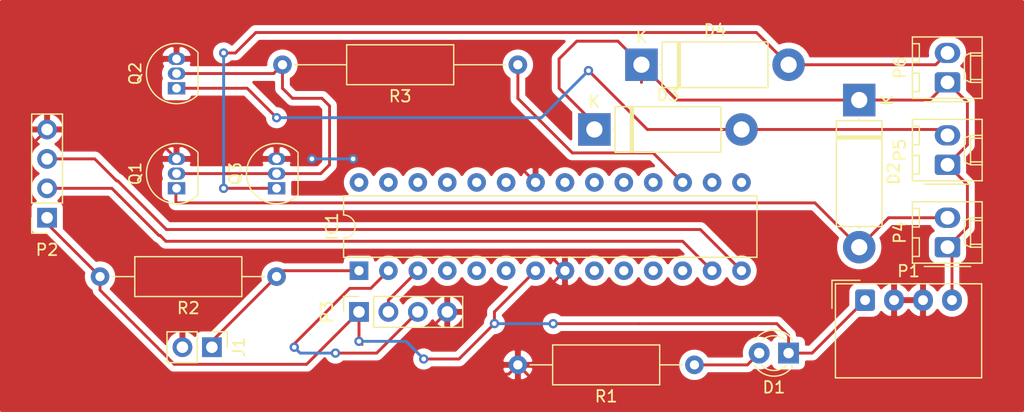
<source format=kicad_pcb>
(kicad_pcb (version 20171130) (host pcbnew 5.1.6-c6e7f7d~86~ubuntu16.04.1)

  (general
    (thickness 1.6)
    (drawings 0)
    (tracks 160)
    (zones 0)
    (modules 18)
    (nets 34)
  )

  (page A4)
  (layers
    (0 F.Cu signal)
    (31 B.Cu signal)
    (32 B.Adhes user)
    (33 F.Adhes user)
    (34 B.Paste user)
    (35 F.Paste user)
    (36 B.SilkS user)
    (37 F.SilkS user)
    (38 B.Mask user)
    (39 F.Mask user)
    (40 Dwgs.User user)
    (41 Cmts.User user)
    (42 Eco1.User user)
    (43 Eco2.User user)
    (44 Edge.Cuts user)
    (45 Margin user)
    (46 B.CrtYd user)
    (47 F.CrtYd user)
    (48 B.Fab user)
    (49 F.Fab user)
  )

  (setup
    (last_trace_width 0.25)
    (trace_clearance 0.5)
    (zone_clearance 0.508)
    (zone_45_only no)
    (trace_min 0.25)
    (via_size 0.8)
    (via_drill 0.4)
    (via_min_size 0.4)
    (via_min_drill 0.3)
    (uvia_size 0.3)
    (uvia_drill 0.1)
    (uvias_allowed no)
    (uvia_min_size 0.2)
    (uvia_min_drill 0.1)
    (edge_width 0.1)
    (segment_width 0.2)
    (pcb_text_width 0.3)
    (pcb_text_size 1.5 1.5)
    (mod_edge_width 0.15)
    (mod_text_size 1 1)
    (mod_text_width 0.15)
    (pad_size 1.524 1.524)
    (pad_drill 0.762)
    (pad_to_mask_clearance 0)
    (aux_axis_origin 0 0)
    (visible_elements FFFDFF7F)
    (pcbplotparams
      (layerselection 0x3ffff_ffffffff)
      (usegerberextensions false)
      (usegerberattributes true)
      (usegerberadvancedattributes true)
      (creategerberjobfile true)
      (excludeedgelayer true)
      (linewidth 0.100000)
      (plotframeref false)
      (viasonmask false)
      (mode 1)
      (useauxorigin false)
      (hpglpennumber 1)
      (hpglpenspeed 20)
      (hpglpendiameter 15.000000)
      (psnegative false)
      (psa4output false)
      (plotreference true)
      (plotvalue true)
      (plotinvisibletext false)
      (padsonsilk false)
      (subtractmaskfromsilk false)
      (outputformat 1)
      (mirror false)
      (drillshape 0)
      (scaleselection 1)
      (outputdirectory ""))
  )

  (net 0 "")
  (net 1 "Net-(D1-Pad2)")
  (net 2 VCC)
  (net 3 "Net-(D2-Pad2)")
  (net 4 +12V)
  (net 5 "Net-(D3-Pad2)")
  (net 6 "Net-(D4-Pad2)")
  (net 7 "Net-(IC1-Pad28)")
  (net 8 "Net-(IC1-Pad14)")
  (net 9 "Net-(IC1-Pad27)")
  (net 10 "Net-(IC1-Pad13)")
  (net 11 "Net-(IC1-Pad26)")
  (net 12 "Net-(IC1-Pad12)")
  (net 13 "Net-(IC1-Pad25)")
  (net 14 "Net-(IC1-Pad11)")
  (net 15 "Net-(IC1-Pad24)")
  (net 16 "Net-(IC1-Pad10)")
  (net 17 "Net-(IC1-Pad23)")
  (net 18 "Net-(IC1-Pad9)")
  (net 19 GND)
  (net 20 "Net-(IC1-Pad21)")
  (net 21 "Net-(IC1-Pad20)")
  (net 22 "Net-(IC1-Pad6)")
  (net 23 "Net-(IC1-Pad19)")
  (net 24 "Net-(IC1-Pad5)")
  (net 25 "Net-(IC1-Pad18)")
  (net 26 "Net-(IC1-Pad4)")
  (net 27 "Net-(IC1-Pad17)")
  (net 28 "Net-(IC1-Pad3)")
  (net 29 "Net-(IC1-Pad16)")
  (net 30 "Net-(IC1-Pad2)")
  (net 31 "Net-(IC1-Pad15)")
  (net 32 "Net-(IC1-Pad1)")
  (net 33 "Net-(Q1-Pad2)")

  (net_class Default "This is the default net class."
    (clearance 0.5)
    (trace_width 0.25)
    (via_dia 0.8)
    (via_drill 0.4)
    (uvia_dia 0.3)
    (uvia_drill 0.1)
    (diff_pair_width 0.25)
    (diff_pair_gap 0.25)
    (add_net +12V)
    (add_net GND)
    (add_net "Net-(D1-Pad2)")
    (add_net "Net-(D2-Pad2)")
    (add_net "Net-(D3-Pad2)")
    (add_net "Net-(D4-Pad2)")
    (add_net "Net-(IC1-Pad1)")
    (add_net "Net-(IC1-Pad10)")
    (add_net "Net-(IC1-Pad11)")
    (add_net "Net-(IC1-Pad12)")
    (add_net "Net-(IC1-Pad13)")
    (add_net "Net-(IC1-Pad14)")
    (add_net "Net-(IC1-Pad15)")
    (add_net "Net-(IC1-Pad16)")
    (add_net "Net-(IC1-Pad17)")
    (add_net "Net-(IC1-Pad18)")
    (add_net "Net-(IC1-Pad19)")
    (add_net "Net-(IC1-Pad2)")
    (add_net "Net-(IC1-Pad20)")
    (add_net "Net-(IC1-Pad21)")
    (add_net "Net-(IC1-Pad23)")
    (add_net "Net-(IC1-Pad24)")
    (add_net "Net-(IC1-Pad25)")
    (add_net "Net-(IC1-Pad26)")
    (add_net "Net-(IC1-Pad27)")
    (add_net "Net-(IC1-Pad28)")
    (add_net "Net-(IC1-Pad3)")
    (add_net "Net-(IC1-Pad4)")
    (add_net "Net-(IC1-Pad5)")
    (add_net "Net-(IC1-Pad6)")
    (add_net "Net-(IC1-Pad9)")
    (add_net "Net-(Q1-Pad2)")
    (add_net VCC)
  )

  (module Connector_Molex:Molex_KK-254_AE-6410-02A_1x02_P2.54mm_Vertical (layer F.Cu) (tedit 5EA53D3B) (tstamp 5EF03537)
    (at 153.924 144.78 90)
    (descr "Molex KK-254 Interconnect System, old/engineering part number: AE-6410-02A example for new part number: 22-27-2021, 2 Pins (http://www.molex.com/pdm_docs/sd/022272021_sd.pdf), generated with kicad-footprint-generator")
    (tags "connector Molex KK-254 vertical")
    (path /5EEE64F1)
    (fp_text reference P6 (at 1.27 -4.12 90) (layer F.SilkS)
      (effects (font (size 1 1) (thickness 0.15)))
    )
    (fp_text value PWM3 (at 1.27 4.08 90) (layer F.Fab)
      (effects (font (size 1 1) (thickness 0.15)))
    )
    (fp_text user %R (at 1.27 -2.22 90) (layer F.Fab)
      (effects (font (size 1 1) (thickness 0.15)))
    )
    (fp_line (start -1.27 -2.92) (end -1.27 2.88) (layer F.Fab) (width 0.1))
    (fp_line (start -1.27 2.88) (end 3.81 2.88) (layer F.Fab) (width 0.1))
    (fp_line (start 3.81 2.88) (end 3.81 -2.92) (layer F.Fab) (width 0.1))
    (fp_line (start 3.81 -2.92) (end -1.27 -2.92) (layer F.Fab) (width 0.1))
    (fp_line (start -1.38 -3.03) (end -1.38 2.99) (layer F.SilkS) (width 0.12))
    (fp_line (start -1.38 2.99) (end 3.92 2.99) (layer F.SilkS) (width 0.12))
    (fp_line (start 3.92 2.99) (end 3.92 -3.03) (layer F.SilkS) (width 0.12))
    (fp_line (start 3.92 -3.03) (end -1.38 -3.03) (layer F.SilkS) (width 0.12))
    (fp_line (start -1.67 -2) (end -1.67 2) (layer F.SilkS) (width 0.12))
    (fp_line (start -1.27 -0.5) (end -0.562893 0) (layer F.Fab) (width 0.1))
    (fp_line (start -0.562893 0) (end -1.27 0.5) (layer F.Fab) (width 0.1))
    (fp_line (start 0 2.99) (end 0 1.99) (layer F.SilkS) (width 0.12))
    (fp_line (start 0 1.99) (end 2.54 1.99) (layer F.SilkS) (width 0.12))
    (fp_line (start 2.54 1.99) (end 2.54 2.99) (layer F.SilkS) (width 0.12))
    (fp_line (start 0 1.99) (end 0.25 1.46) (layer F.SilkS) (width 0.12))
    (fp_line (start 0.25 1.46) (end 2.29 1.46) (layer F.SilkS) (width 0.12))
    (fp_line (start 2.29 1.46) (end 2.54 1.99) (layer F.SilkS) (width 0.12))
    (fp_line (start 0.25 2.99) (end 0.25 1.99) (layer F.SilkS) (width 0.12))
    (fp_line (start 2.29 2.99) (end 2.29 1.99) (layer F.SilkS) (width 0.12))
    (fp_line (start -0.8 -3.03) (end -0.8 -2.43) (layer F.SilkS) (width 0.12))
    (fp_line (start -0.8 -2.43) (end 0.8 -2.43) (layer F.SilkS) (width 0.12))
    (fp_line (start 0.8 -2.43) (end 0.8 -3.03) (layer F.SilkS) (width 0.12))
    (fp_line (start 1.74 -3.03) (end 1.74 -2.43) (layer F.SilkS) (width 0.12))
    (fp_line (start 1.74 -2.43) (end 3.34 -2.43) (layer F.SilkS) (width 0.12))
    (fp_line (start 3.34 -2.43) (end 3.34 -3.03) (layer F.SilkS) (width 0.12))
    (fp_line (start -1.77 -3.42) (end -1.77 3.38) (layer F.CrtYd) (width 0.05))
    (fp_line (start -1.77 3.38) (end 4.31 3.38) (layer F.CrtYd) (width 0.05))
    (fp_line (start 4.31 3.38) (end 4.31 -3.42) (layer F.CrtYd) (width 0.05))
    (fp_line (start 4.31 -3.42) (end -1.77 -3.42) (layer F.CrtYd) (width 0.05))
    (pad 2 thru_hole oval (at 2.54 0 90) (size 1.74 2.19) (drill 1.19) (layers *.Cu *.Mask)
      (net 6 "Net-(D4-Pad2)"))
    (pad 1 thru_hole roundrect (at 0 0 90) (size 1.74 2.19) (drill 1.19) (layers *.Cu *.Mask) (roundrect_rratio 0.143678)
      (net 4 +12V))
    (model ${KISYS3DMOD}/Connector_Molex.3dshapes/Molex_KK-254_AE-6410-02A_1x02_P2.54mm_Vertical.wrl
      (at (xyz 0 0 0))
      (scale (xyz 1 1 1))
      (rotate (xyz 0 0 0))
    )
  )

  (module Connector_Molex:Molex_KK-254_AE-6410-02A_1x02_P2.54mm_Vertical (layer F.Cu) (tedit 5EA53D3B) (tstamp 5EEFEB4A)
    (at 153.924 151.892 90)
    (descr "Molex KK-254 Interconnect System, old/engineering part number: AE-6410-02A example for new part number: 22-27-2021, 2 Pins (http://www.molex.com/pdm_docs/sd/022272021_sd.pdf), generated with kicad-footprint-generator")
    (tags "connector Molex KK-254 vertical")
    (path /5EEE6685)
    (fp_text reference P5 (at 1.27 -4.12 90) (layer F.SilkS)
      (effects (font (size 1 1) (thickness 0.15)))
    )
    (fp_text value PWM2 (at 1.27 4.08 90) (layer F.Fab)
      (effects (font (size 1 1) (thickness 0.15)))
    )
    (fp_text user %R (at 1.27 -2.22 90) (layer F.Fab)
      (effects (font (size 1 1) (thickness 0.15)))
    )
    (fp_line (start -1.27 -2.92) (end -1.27 2.88) (layer F.Fab) (width 0.1))
    (fp_line (start -1.27 2.88) (end 3.81 2.88) (layer F.Fab) (width 0.1))
    (fp_line (start 3.81 2.88) (end 3.81 -2.92) (layer F.Fab) (width 0.1))
    (fp_line (start 3.81 -2.92) (end -1.27 -2.92) (layer F.Fab) (width 0.1))
    (fp_line (start -1.38 -3.03) (end -1.38 2.99) (layer F.SilkS) (width 0.12))
    (fp_line (start -1.38 2.99) (end 3.92 2.99) (layer F.SilkS) (width 0.12))
    (fp_line (start 3.92 2.99) (end 3.92 -3.03) (layer F.SilkS) (width 0.12))
    (fp_line (start 3.92 -3.03) (end -1.38 -3.03) (layer F.SilkS) (width 0.12))
    (fp_line (start -1.67 -2) (end -1.67 2) (layer F.SilkS) (width 0.12))
    (fp_line (start -1.27 -0.5) (end -0.562893 0) (layer F.Fab) (width 0.1))
    (fp_line (start -0.562893 0) (end -1.27 0.5) (layer F.Fab) (width 0.1))
    (fp_line (start 0 2.99) (end 0 1.99) (layer F.SilkS) (width 0.12))
    (fp_line (start 0 1.99) (end 2.54 1.99) (layer F.SilkS) (width 0.12))
    (fp_line (start 2.54 1.99) (end 2.54 2.99) (layer F.SilkS) (width 0.12))
    (fp_line (start 0 1.99) (end 0.25 1.46) (layer F.SilkS) (width 0.12))
    (fp_line (start 0.25 1.46) (end 2.29 1.46) (layer F.SilkS) (width 0.12))
    (fp_line (start 2.29 1.46) (end 2.54 1.99) (layer F.SilkS) (width 0.12))
    (fp_line (start 0.25 2.99) (end 0.25 1.99) (layer F.SilkS) (width 0.12))
    (fp_line (start 2.29 2.99) (end 2.29 1.99) (layer F.SilkS) (width 0.12))
    (fp_line (start -0.8 -3.03) (end -0.8 -2.43) (layer F.SilkS) (width 0.12))
    (fp_line (start -0.8 -2.43) (end 0.8 -2.43) (layer F.SilkS) (width 0.12))
    (fp_line (start 0.8 -2.43) (end 0.8 -3.03) (layer F.SilkS) (width 0.12))
    (fp_line (start 1.74 -3.03) (end 1.74 -2.43) (layer F.SilkS) (width 0.12))
    (fp_line (start 1.74 -2.43) (end 3.34 -2.43) (layer F.SilkS) (width 0.12))
    (fp_line (start 3.34 -2.43) (end 3.34 -3.03) (layer F.SilkS) (width 0.12))
    (fp_line (start -1.77 -3.42) (end -1.77 3.38) (layer F.CrtYd) (width 0.05))
    (fp_line (start -1.77 3.38) (end 4.31 3.38) (layer F.CrtYd) (width 0.05))
    (fp_line (start 4.31 3.38) (end 4.31 -3.42) (layer F.CrtYd) (width 0.05))
    (fp_line (start 4.31 -3.42) (end -1.77 -3.42) (layer F.CrtYd) (width 0.05))
    (pad 2 thru_hole oval (at 2.54 0 90) (size 1.74 2.19) (drill 1.19) (layers *.Cu *.Mask)
      (net 5 "Net-(D3-Pad2)"))
    (pad 1 thru_hole roundrect (at 0 0 90) (size 1.74 2.19) (drill 1.19) (layers *.Cu *.Mask) (roundrect_rratio 0.143678)
      (net 4 +12V))
    (model ${KISYS3DMOD}/Connector_Molex.3dshapes/Molex_KK-254_AE-6410-02A_1x02_P2.54mm_Vertical.wrl
      (at (xyz 0 0 0))
      (scale (xyz 1 1 1))
      (rotate (xyz 0 0 0))
    )
  )

  (module Connector_Molex:Molex_KK-254_AE-6410-02A_1x02_P2.54mm_Vertical (layer F.Cu) (tedit 5EA53D3B) (tstamp 5EEFEA89)
    (at 153.924 159.004 90)
    (descr "Molex KK-254 Interconnect System, old/engineering part number: AE-6410-02A example for new part number: 22-27-2021, 2 Pins (http://www.molex.com/pdm_docs/sd/022272021_sd.pdf), generated with kicad-footprint-generator")
    (tags "connector Molex KK-254 vertical")
    (path /5EEE65EE)
    (fp_text reference P4 (at 1.27 -4.12 90) (layer F.SilkS)
      (effects (font (size 1 1) (thickness 0.15)))
    )
    (fp_text value PWM1 (at 1.27 4.08 90) (layer F.Fab)
      (effects (font (size 1 1) (thickness 0.15)))
    )
    (fp_text user %R (at 1.27 -2.22 90) (layer F.Fab)
      (effects (font (size 1 1) (thickness 0.15)))
    )
    (fp_line (start -1.27 -2.92) (end -1.27 2.88) (layer F.Fab) (width 0.1))
    (fp_line (start -1.27 2.88) (end 3.81 2.88) (layer F.Fab) (width 0.1))
    (fp_line (start 3.81 2.88) (end 3.81 -2.92) (layer F.Fab) (width 0.1))
    (fp_line (start 3.81 -2.92) (end -1.27 -2.92) (layer F.Fab) (width 0.1))
    (fp_line (start -1.38 -3.03) (end -1.38 2.99) (layer F.SilkS) (width 0.12))
    (fp_line (start -1.38 2.99) (end 3.92 2.99) (layer F.SilkS) (width 0.12))
    (fp_line (start 3.92 2.99) (end 3.92 -3.03) (layer F.SilkS) (width 0.12))
    (fp_line (start 3.92 -3.03) (end -1.38 -3.03) (layer F.SilkS) (width 0.12))
    (fp_line (start -1.67 -2) (end -1.67 2) (layer F.SilkS) (width 0.12))
    (fp_line (start -1.27 -0.5) (end -0.562893 0) (layer F.Fab) (width 0.1))
    (fp_line (start -0.562893 0) (end -1.27 0.5) (layer F.Fab) (width 0.1))
    (fp_line (start 0 2.99) (end 0 1.99) (layer F.SilkS) (width 0.12))
    (fp_line (start 0 1.99) (end 2.54 1.99) (layer F.SilkS) (width 0.12))
    (fp_line (start 2.54 1.99) (end 2.54 2.99) (layer F.SilkS) (width 0.12))
    (fp_line (start 0 1.99) (end 0.25 1.46) (layer F.SilkS) (width 0.12))
    (fp_line (start 0.25 1.46) (end 2.29 1.46) (layer F.SilkS) (width 0.12))
    (fp_line (start 2.29 1.46) (end 2.54 1.99) (layer F.SilkS) (width 0.12))
    (fp_line (start 0.25 2.99) (end 0.25 1.99) (layer F.SilkS) (width 0.12))
    (fp_line (start 2.29 2.99) (end 2.29 1.99) (layer F.SilkS) (width 0.12))
    (fp_line (start -0.8 -3.03) (end -0.8 -2.43) (layer F.SilkS) (width 0.12))
    (fp_line (start -0.8 -2.43) (end 0.8 -2.43) (layer F.SilkS) (width 0.12))
    (fp_line (start 0.8 -2.43) (end 0.8 -3.03) (layer F.SilkS) (width 0.12))
    (fp_line (start 1.74 -3.03) (end 1.74 -2.43) (layer F.SilkS) (width 0.12))
    (fp_line (start 1.74 -2.43) (end 3.34 -2.43) (layer F.SilkS) (width 0.12))
    (fp_line (start 3.34 -2.43) (end 3.34 -3.03) (layer F.SilkS) (width 0.12))
    (fp_line (start -1.77 -3.42) (end -1.77 3.38) (layer F.CrtYd) (width 0.05))
    (fp_line (start -1.77 3.38) (end 4.31 3.38) (layer F.CrtYd) (width 0.05))
    (fp_line (start 4.31 3.38) (end 4.31 -3.42) (layer F.CrtYd) (width 0.05))
    (fp_line (start 4.31 -3.42) (end -1.77 -3.42) (layer F.CrtYd) (width 0.05))
    (pad 2 thru_hole oval (at 2.54 0 90) (size 1.74 2.19) (drill 1.19) (layers *.Cu *.Mask)
      (net 3 "Net-(D2-Pad2)"))
    (pad 1 thru_hole roundrect (at 0 0 90) (size 1.74 2.19) (drill 1.19) (layers *.Cu *.Mask) (roundrect_rratio 0.143678)
      (net 4 +12V))
    (model ${KISYS3DMOD}/Connector_Molex.3dshapes/Molex_KK-254_AE-6410-02A_1x02_P2.54mm_Vertical.wrl
      (at (xyz 0 0 0))
      (scale (xyz 1 1 1))
      (rotate (xyz 0 0 0))
    )
  )

  (module Connector_PinSocket_2.54mm:PinSocket_1x04_P2.54mm_Vertical (layer F.Cu) (tedit 5A19A429) (tstamp 5EEFE7E2)
    (at 103.124 164.592 90)
    (descr "Through hole straight socket strip, 1x04, 2.54mm pitch, single row (from Kicad 4.0.7), script generated")
    (tags "Through hole socket strip THT 1x04 2.54mm single row")
    (path /5EEE5726)
    (fp_text reference P3 (at 0 -2.77 90) (layer F.SilkS)
      (effects (font (size 1 1) (thickness 0.15)))
    )
    (fp_text value RS232 (at 0 10.39 90) (layer F.Fab)
      (effects (font (size 1 1) (thickness 0.15)))
    )
    (fp_line (start -1.8 9.4) (end -1.8 -1.8) (layer F.CrtYd) (width 0.05))
    (fp_line (start 1.75 9.4) (end -1.8 9.4) (layer F.CrtYd) (width 0.05))
    (fp_line (start 1.75 -1.8) (end 1.75 9.4) (layer F.CrtYd) (width 0.05))
    (fp_line (start -1.8 -1.8) (end 1.75 -1.8) (layer F.CrtYd) (width 0.05))
    (fp_line (start 0 -1.33) (end 1.33 -1.33) (layer F.SilkS) (width 0.12))
    (fp_line (start 1.33 -1.33) (end 1.33 0) (layer F.SilkS) (width 0.12))
    (fp_line (start 1.33 1.27) (end 1.33 8.95) (layer F.SilkS) (width 0.12))
    (fp_line (start -1.33 8.95) (end 1.33 8.95) (layer F.SilkS) (width 0.12))
    (fp_line (start -1.33 1.27) (end -1.33 8.95) (layer F.SilkS) (width 0.12))
    (fp_line (start -1.33 1.27) (end 1.33 1.27) (layer F.SilkS) (width 0.12))
    (fp_line (start -1.27 8.89) (end -1.27 -1.27) (layer F.Fab) (width 0.1))
    (fp_line (start 1.27 8.89) (end -1.27 8.89) (layer F.Fab) (width 0.1))
    (fp_line (start 1.27 -0.635) (end 1.27 8.89) (layer F.Fab) (width 0.1))
    (fp_line (start 0.635 -1.27) (end 1.27 -0.635) (layer F.Fab) (width 0.1))
    (fp_line (start -1.27 -1.27) (end 0.635 -1.27) (layer F.Fab) (width 0.1))
    (fp_text user %R (at 0 3.81) (layer F.Fab)
      (effects (font (size 1 1) (thickness 0.15)))
    )
    (pad 4 thru_hole oval (at 0 7.62 90) (size 1.7 1.7) (drill 1) (layers *.Cu *.Mask)
      (net 19 GND))
    (pad 3 thru_hole oval (at 0 5.08 90) (size 1.7 1.7) (drill 1) (layers *.Cu *.Mask)
      (net 30 "Net-(IC1-Pad2)"))
    (pad 2 thru_hole oval (at 0 2.54 90) (size 1.7 1.7) (drill 1) (layers *.Cu *.Mask)
      (net 28 "Net-(IC1-Pad3)"))
    (pad 1 thru_hole rect (at 0 0 90) (size 1.7 1.7) (drill 1) (layers *.Cu *.Mask)
      (net 2 VCC))
    (model ${KISYS3DMOD}/Connector_PinSocket_2.54mm.3dshapes/PinSocket_1x04_P2.54mm_Vertical.wrl
      (at (xyz 0 0 0))
      (scale (xyz 1 1 1))
      (rotate (xyz 0 0 0))
    )
  )

  (module Connector_PinSocket_2.54mm:PinSocket_1x04_P2.54mm_Vertical (layer F.Cu) (tedit 5A19A429) (tstamp 5EEFD6AA)
    (at 76.2 156.464 180)
    (descr "Through hole straight socket strip, 1x04, 2.54mm pitch, single row (from Kicad 4.0.7), script generated")
    (tags "Through hole socket strip THT 1x04 2.54mm single row")
    (path /5EEE4495)
    (fp_text reference P2 (at 0 -2.77) (layer F.SilkS)
      (effects (font (size 1 1) (thickness 0.15)))
    )
    (fp_text value SENSORS (at 0 10.39) (layer F.Fab)
      (effects (font (size 1 1) (thickness 0.15)))
    )
    (fp_line (start -1.8 9.4) (end -1.8 -1.8) (layer F.CrtYd) (width 0.05))
    (fp_line (start 1.75 9.4) (end -1.8 9.4) (layer F.CrtYd) (width 0.05))
    (fp_line (start 1.75 -1.8) (end 1.75 9.4) (layer F.CrtYd) (width 0.05))
    (fp_line (start -1.8 -1.8) (end 1.75 -1.8) (layer F.CrtYd) (width 0.05))
    (fp_line (start 0 -1.33) (end 1.33 -1.33) (layer F.SilkS) (width 0.12))
    (fp_line (start 1.33 -1.33) (end 1.33 0) (layer F.SilkS) (width 0.12))
    (fp_line (start 1.33 1.27) (end 1.33 8.95) (layer F.SilkS) (width 0.12))
    (fp_line (start -1.33 8.95) (end 1.33 8.95) (layer F.SilkS) (width 0.12))
    (fp_line (start -1.33 1.27) (end -1.33 8.95) (layer F.SilkS) (width 0.12))
    (fp_line (start -1.33 1.27) (end 1.33 1.27) (layer F.SilkS) (width 0.12))
    (fp_line (start -1.27 8.89) (end -1.27 -1.27) (layer F.Fab) (width 0.1))
    (fp_line (start 1.27 8.89) (end -1.27 8.89) (layer F.Fab) (width 0.1))
    (fp_line (start 1.27 -0.635) (end 1.27 8.89) (layer F.Fab) (width 0.1))
    (fp_line (start 0.635 -1.27) (end 1.27 -0.635) (layer F.Fab) (width 0.1))
    (fp_line (start -1.27 -1.27) (end 0.635 -1.27) (layer F.Fab) (width 0.1))
    (fp_text user %R (at 0 3.81 90) (layer F.Fab)
      (effects (font (size 1 1) (thickness 0.15)))
    )
    (pad 4 thru_hole oval (at 0 7.62 180) (size 1.7 1.7) (drill 1) (layers *.Cu *.Mask)
      (net 19 GND))
    (pad 3 thru_hole oval (at 0 5.08 180) (size 1.7 1.7) (drill 1) (layers *.Cu *.Mask)
      (net 8 "Net-(IC1-Pad14)"))
    (pad 2 thru_hole oval (at 0 2.54 180) (size 1.7 1.7) (drill 1) (layers *.Cu *.Mask)
      (net 10 "Net-(IC1-Pad13)"))
    (pad 1 thru_hole rect (at 0 0 180) (size 1.7 1.7) (drill 1) (layers *.Cu *.Mask)
      (net 2 VCC))
    (model ${KISYS3DMOD}/Connector_PinSocket_2.54mm.3dshapes/PinSocket_1x04_P2.54mm_Vertical.wrl
      (at (xyz 0 0 0))
      (scale (xyz 1 1 1))
      (rotate (xyz 0 0 0))
    )
  )

  (module Connector_PinHeader_2.54mm:PinHeader_1x02_P2.54mm_Vertical (layer F.Cu) (tedit 59FED5CC) (tstamp 5EF038B3)
    (at 90.424 167.64 270)
    (descr "Through hole straight pin header, 1x02, 2.54mm pitch, single row")
    (tags "Through hole pin header THT 1x02 2.54mm single row")
    (path /5EF2D9FA)
    (fp_text reference J1 (at 0 -2.33 90) (layer F.SilkS)
      (effects (font (size 1 1) (thickness 0.15)))
    )
    (fp_text value RESET_BUTTON (at 0 4.87 90) (layer F.Fab)
      (effects (font (size 1 1) (thickness 0.15)))
    )
    (fp_line (start 1.8 -1.8) (end -1.8 -1.8) (layer F.CrtYd) (width 0.05))
    (fp_line (start 1.8 4.35) (end 1.8 -1.8) (layer F.CrtYd) (width 0.05))
    (fp_line (start -1.8 4.35) (end 1.8 4.35) (layer F.CrtYd) (width 0.05))
    (fp_line (start -1.8 -1.8) (end -1.8 4.35) (layer F.CrtYd) (width 0.05))
    (fp_line (start -1.33 -1.33) (end 0 -1.33) (layer F.SilkS) (width 0.12))
    (fp_line (start -1.33 0) (end -1.33 -1.33) (layer F.SilkS) (width 0.12))
    (fp_line (start -1.33 1.27) (end 1.33 1.27) (layer F.SilkS) (width 0.12))
    (fp_line (start 1.33 1.27) (end 1.33 3.87) (layer F.SilkS) (width 0.12))
    (fp_line (start -1.33 1.27) (end -1.33 3.87) (layer F.SilkS) (width 0.12))
    (fp_line (start -1.33 3.87) (end 1.33 3.87) (layer F.SilkS) (width 0.12))
    (fp_line (start -1.27 -0.635) (end -0.635 -1.27) (layer F.Fab) (width 0.1))
    (fp_line (start -1.27 3.81) (end -1.27 -0.635) (layer F.Fab) (width 0.1))
    (fp_line (start 1.27 3.81) (end -1.27 3.81) (layer F.Fab) (width 0.1))
    (fp_line (start 1.27 -1.27) (end 1.27 3.81) (layer F.Fab) (width 0.1))
    (fp_line (start -0.635 -1.27) (end 1.27 -1.27) (layer F.Fab) (width 0.1))
    (fp_text user %R (at 0 1.27 270) (layer F.Fab)
      (effects (font (size 1 1) (thickness 0.15)))
    )
    (pad 2 thru_hole oval (at 0 2.54 270) (size 1.7 1.7) (drill 1) (layers *.Cu *.Mask)
      (net 19 GND))
    (pad 1 thru_hole rect (at 0 0 270) (size 1.7 1.7) (drill 1) (layers *.Cu *.Mask)
      (net 32 "Net-(IC1-Pad1)"))
    (model ${KISYS3DMOD}/Connector_PinHeader_2.54mm.3dshapes/PinHeader_1x02_P2.54mm_Vertical.wrl
      (at (xyz 0 0 0))
      (scale (xyz 1 1 1))
      (rotate (xyz 0 0 0))
    )
  )

  (module Resistor_THT:R_Axial_DIN0309_L9.0mm_D3.2mm_P15.24mm_Horizontal (layer F.Cu) (tedit 5AE5139B) (tstamp 5EEFE917)
    (at 96.012 161.544 180)
    (descr "Resistor, Axial_DIN0309 series, Axial, Horizontal, pin pitch=15.24mm, 0.5W = 1/2W, length*diameter=9*3.2mm^2, http://cdn-reichelt.de/documents/datenblatt/B400/1_4W%23YAG.pdf")
    (tags "Resistor Axial_DIN0309 series Axial Horizontal pin pitch 15.24mm 0.5W = 1/2W length 9mm diameter 3.2mm")
    (path /5EEE5DDA)
    (fp_text reference R2 (at 7.62 -2.72) (layer F.SilkS)
      (effects (font (size 1 1) (thickness 0.15)))
    )
    (fp_text value 10K (at 7.62 2.72) (layer F.Fab)
      (effects (font (size 1 1) (thickness 0.15)))
    )
    (fp_line (start 16.29 -1.85) (end -1.05 -1.85) (layer F.CrtYd) (width 0.05))
    (fp_line (start 16.29 1.85) (end 16.29 -1.85) (layer F.CrtYd) (width 0.05))
    (fp_line (start -1.05 1.85) (end 16.29 1.85) (layer F.CrtYd) (width 0.05))
    (fp_line (start -1.05 -1.85) (end -1.05 1.85) (layer F.CrtYd) (width 0.05))
    (fp_line (start 14.2 0) (end 12.24 0) (layer F.SilkS) (width 0.12))
    (fp_line (start 1.04 0) (end 3 0) (layer F.SilkS) (width 0.12))
    (fp_line (start 12.24 -1.72) (end 3 -1.72) (layer F.SilkS) (width 0.12))
    (fp_line (start 12.24 1.72) (end 12.24 -1.72) (layer F.SilkS) (width 0.12))
    (fp_line (start 3 1.72) (end 12.24 1.72) (layer F.SilkS) (width 0.12))
    (fp_line (start 3 -1.72) (end 3 1.72) (layer F.SilkS) (width 0.12))
    (fp_line (start 15.24 0) (end 12.12 0) (layer F.Fab) (width 0.1))
    (fp_line (start 0 0) (end 3.12 0) (layer F.Fab) (width 0.1))
    (fp_line (start 12.12 -1.6) (end 3.12 -1.6) (layer F.Fab) (width 0.1))
    (fp_line (start 12.12 1.6) (end 12.12 -1.6) (layer F.Fab) (width 0.1))
    (fp_line (start 3.12 1.6) (end 12.12 1.6) (layer F.Fab) (width 0.1))
    (fp_line (start 3.12 -1.6) (end 3.12 1.6) (layer F.Fab) (width 0.1))
    (fp_text user %R (at 7.62 0) (layer F.Fab)
      (effects (font (size 1 1) (thickness 0.15)))
    )
    (pad 2 thru_hole oval (at 15.24 0 180) (size 1.6 1.6) (drill 0.8) (layers *.Cu *.Mask)
      (net 2 VCC))
    (pad 1 thru_hole circle (at 0 0 180) (size 1.6 1.6) (drill 0.8) (layers *.Cu *.Mask)
      (net 32 "Net-(IC1-Pad1)"))
    (model ${KISYS3DMOD}/Resistor_THT.3dshapes/R_Axial_DIN0309_L9.0mm_D3.2mm_P15.24mm_Horizontal.wrl
      (at (xyz 0 0 0))
      (scale (xyz 1 1 1))
      (rotate (xyz 0 0 0))
    )
  )

  (module Resistor_THT:R_Axial_DIN0309_L9.0mm_D3.2mm_P15.24mm_Horizontal (layer F.Cu) (tedit 5AE5139B) (tstamp 5EEFE37F)
    (at 132.08 169.164 180)
    (descr "Resistor, Axial_DIN0309 series, Axial, Horizontal, pin pitch=15.24mm, 0.5W = 1/2W, length*diameter=9*3.2mm^2, http://cdn-reichelt.de/documents/datenblatt/B400/1_4W%23YAG.pdf")
    (tags "Resistor Axial_DIN0309 series Axial Horizontal pin pitch 15.24mm 0.5W = 1/2W length 9mm diameter 3.2mm")
    (path /5EEE4624)
    (fp_text reference R1 (at 7.62 -2.72) (layer F.SilkS)
      (effects (font (size 1 1) (thickness 0.15)))
    )
    (fp_text value 2K (at 7.62 2.72) (layer F.Fab)
      (effects (font (size 1 1) (thickness 0.15)))
    )
    (fp_line (start 16.29 -1.85) (end -1.05 -1.85) (layer F.CrtYd) (width 0.05))
    (fp_line (start 16.29 1.85) (end 16.29 -1.85) (layer F.CrtYd) (width 0.05))
    (fp_line (start -1.05 1.85) (end 16.29 1.85) (layer F.CrtYd) (width 0.05))
    (fp_line (start -1.05 -1.85) (end -1.05 1.85) (layer F.CrtYd) (width 0.05))
    (fp_line (start 14.2 0) (end 12.24 0) (layer F.SilkS) (width 0.12))
    (fp_line (start 1.04 0) (end 3 0) (layer F.SilkS) (width 0.12))
    (fp_line (start 12.24 -1.72) (end 3 -1.72) (layer F.SilkS) (width 0.12))
    (fp_line (start 12.24 1.72) (end 12.24 -1.72) (layer F.SilkS) (width 0.12))
    (fp_line (start 3 1.72) (end 12.24 1.72) (layer F.SilkS) (width 0.12))
    (fp_line (start 3 -1.72) (end 3 1.72) (layer F.SilkS) (width 0.12))
    (fp_line (start 15.24 0) (end 12.12 0) (layer F.Fab) (width 0.1))
    (fp_line (start 0 0) (end 3.12 0) (layer F.Fab) (width 0.1))
    (fp_line (start 12.12 -1.6) (end 3.12 -1.6) (layer F.Fab) (width 0.1))
    (fp_line (start 12.12 1.6) (end 12.12 -1.6) (layer F.Fab) (width 0.1))
    (fp_line (start 3.12 1.6) (end 12.12 1.6) (layer F.Fab) (width 0.1))
    (fp_line (start 3.12 -1.6) (end 3.12 1.6) (layer F.Fab) (width 0.1))
    (fp_text user %R (at 7.62 0) (layer F.Fab)
      (effects (font (size 1 1) (thickness 0.15)))
    )
    (pad 2 thru_hole oval (at 15.24 0 180) (size 1.6 1.6) (drill 0.8) (layers *.Cu *.Mask)
      (net 19 GND))
    (pad 1 thru_hole circle (at 0 0 180) (size 1.6 1.6) (drill 0.8) (layers *.Cu *.Mask)
      (net 1 "Net-(D1-Pad2)"))
    (model ${KISYS3DMOD}/Resistor_THT.3dshapes/R_Axial_DIN0309_L9.0mm_D3.2mm_P15.24mm_Horizontal.wrl
      (at (xyz 0 0 0))
      (scale (xyz 1 1 1))
      (rotate (xyz 0 0 0))
    )
  )

  (module Package_TO_SOT_THT:TO-92_Inline (layer F.Cu) (tedit 5A1DD157) (tstamp 5EEFD742)
    (at 96.012 153.924 90)
    (descr "TO-92 leads in-line, narrow, oval pads, drill 0.75mm (see NXP sot054_po.pdf)")
    (tags "to-92 sc-43 sc-43a sot54 PA33 transistor")
    (path /5EF14DFA)
    (fp_text reference Q3 (at 1.27 -3.56 90) (layer F.SilkS)
      (effects (font (size 1 1) (thickness 0.15)))
    )
    (fp_text value BC549 (at 1.27 2.79 90) (layer F.Fab)
      (effects (font (size 1 1) (thickness 0.15)))
    )
    (fp_line (start 4 2.01) (end -1.46 2.01) (layer F.CrtYd) (width 0.05))
    (fp_line (start 4 2.01) (end 4 -2.73) (layer F.CrtYd) (width 0.05))
    (fp_line (start -1.46 -2.73) (end -1.46 2.01) (layer F.CrtYd) (width 0.05))
    (fp_line (start -1.46 -2.73) (end 4 -2.73) (layer F.CrtYd) (width 0.05))
    (fp_line (start -0.5 1.75) (end 3 1.75) (layer F.Fab) (width 0.1))
    (fp_line (start -0.53 1.85) (end 3.07 1.85) (layer F.SilkS) (width 0.12))
    (fp_arc (start 1.27 0) (end 1.27 -2.6) (angle 135) (layer F.SilkS) (width 0.12))
    (fp_arc (start 1.27 0) (end 1.27 -2.48) (angle -135) (layer F.Fab) (width 0.1))
    (fp_arc (start 1.27 0) (end 1.27 -2.6) (angle -135) (layer F.SilkS) (width 0.12))
    (fp_arc (start 1.27 0) (end 1.27 -2.48) (angle 135) (layer F.Fab) (width 0.1))
    (fp_text user %R (at 1.27 -3.56 90) (layer F.Fab)
      (effects (font (size 1 1) (thickness 0.15)))
    )
    (pad 1 thru_hole rect (at 0 0 90) (size 1.05 1.5) (drill 0.75) (layers *.Cu *.Mask)
      (net 6 "Net-(D4-Pad2)"))
    (pad 3 thru_hole oval (at 2.54 0 90) (size 1.05 1.5) (drill 0.75) (layers *.Cu *.Mask)
      (net 19 GND))
    (pad 2 thru_hole oval (at 1.27 0 90) (size 1.05 1.5) (drill 0.75) (layers *.Cu *.Mask)
      (net 33 "Net-(Q1-Pad2)"))
    (model ${KISYS3DMOD}/Package_TO_SOT_THT.3dshapes/TO-92_Inline.wrl
      (at (xyz 0 0 0))
      (scale (xyz 1 1 1))
      (rotate (xyz 0 0 0))
    )
  )

  (module Package_TO_SOT_THT:TO-92_Inline (layer F.Cu) (tedit 5A1DD157) (tstamp 5EEFD730)
    (at 87.376 145.288 90)
    (descr "TO-92 leads in-line, narrow, oval pads, drill 0.75mm (see NXP sot054_po.pdf)")
    (tags "to-92 sc-43 sc-43a sot54 PA33 transistor")
    (path /5EF14101)
    (fp_text reference Q2 (at 1.27 -3.56 90) (layer F.SilkS)
      (effects (font (size 1 1) (thickness 0.15)))
    )
    (fp_text value BC549 (at 1.27 2.79 90) (layer F.Fab)
      (effects (font (size 1 1) (thickness 0.15)))
    )
    (fp_line (start 4 2.01) (end -1.46 2.01) (layer F.CrtYd) (width 0.05))
    (fp_line (start 4 2.01) (end 4 -2.73) (layer F.CrtYd) (width 0.05))
    (fp_line (start -1.46 -2.73) (end -1.46 2.01) (layer F.CrtYd) (width 0.05))
    (fp_line (start -1.46 -2.73) (end 4 -2.73) (layer F.CrtYd) (width 0.05))
    (fp_line (start -0.5 1.75) (end 3 1.75) (layer F.Fab) (width 0.1))
    (fp_line (start -0.53 1.85) (end 3.07 1.85) (layer F.SilkS) (width 0.12))
    (fp_arc (start 1.27 0) (end 1.27 -2.6) (angle 135) (layer F.SilkS) (width 0.12))
    (fp_arc (start 1.27 0) (end 1.27 -2.48) (angle -135) (layer F.Fab) (width 0.1))
    (fp_arc (start 1.27 0) (end 1.27 -2.6) (angle -135) (layer F.SilkS) (width 0.12))
    (fp_arc (start 1.27 0) (end 1.27 -2.48) (angle 135) (layer F.Fab) (width 0.1))
    (fp_text user %R (at 1.27 -3.56 90) (layer F.Fab)
      (effects (font (size 1 1) (thickness 0.15)))
    )
    (pad 1 thru_hole rect (at 0 0 90) (size 1.05 1.5) (drill 0.75) (layers *.Cu *.Mask)
      (net 5 "Net-(D3-Pad2)"))
    (pad 3 thru_hole oval (at 2.54 0 90) (size 1.05 1.5) (drill 0.75) (layers *.Cu *.Mask)
      (net 19 GND))
    (pad 2 thru_hole oval (at 1.27 0 90) (size 1.05 1.5) (drill 0.75) (layers *.Cu *.Mask)
      (net 33 "Net-(Q1-Pad2)"))
    (model ${KISYS3DMOD}/Package_TO_SOT_THT.3dshapes/TO-92_Inline.wrl
      (at (xyz 0 0 0))
      (scale (xyz 1 1 1))
      (rotate (xyz 0 0 0))
    )
  )

  (module Package_TO_SOT_THT:TO-92_Inline (layer F.Cu) (tedit 5A1DD157) (tstamp 5EEFD71E)
    (at 87.376 153.924 90)
    (descr "TO-92 leads in-line, narrow, oval pads, drill 0.75mm (see NXP sot054_po.pdf)")
    (tags "to-92 sc-43 sc-43a sot54 PA33 transistor")
    (path /5EF114A2)
    (fp_text reference Q1 (at 1.27 -3.56 90) (layer F.SilkS)
      (effects (font (size 1 1) (thickness 0.15)))
    )
    (fp_text value BC549 (at 1.27 2.79 90) (layer F.Fab)
      (effects (font (size 1 1) (thickness 0.15)))
    )
    (fp_line (start 4 2.01) (end -1.46 2.01) (layer F.CrtYd) (width 0.05))
    (fp_line (start 4 2.01) (end 4 -2.73) (layer F.CrtYd) (width 0.05))
    (fp_line (start -1.46 -2.73) (end -1.46 2.01) (layer F.CrtYd) (width 0.05))
    (fp_line (start -1.46 -2.73) (end 4 -2.73) (layer F.CrtYd) (width 0.05))
    (fp_line (start -0.5 1.75) (end 3 1.75) (layer F.Fab) (width 0.1))
    (fp_line (start -0.53 1.85) (end 3.07 1.85) (layer F.SilkS) (width 0.12))
    (fp_arc (start 1.27 0) (end 1.27 -2.6) (angle 135) (layer F.SilkS) (width 0.12))
    (fp_arc (start 1.27 0) (end 1.27 -2.48) (angle -135) (layer F.Fab) (width 0.1))
    (fp_arc (start 1.27 0) (end 1.27 -2.6) (angle -135) (layer F.SilkS) (width 0.12))
    (fp_arc (start 1.27 0) (end 1.27 -2.48) (angle 135) (layer F.Fab) (width 0.1))
    (fp_text user %R (at 1.27 -3.56 90) (layer F.Fab)
      (effects (font (size 1 1) (thickness 0.15)))
    )
    (pad 1 thru_hole rect (at 0 0 90) (size 1.05 1.5) (drill 0.75) (layers *.Cu *.Mask)
      (net 3 "Net-(D2-Pad2)"))
    (pad 3 thru_hole oval (at 2.54 0 90) (size 1.05 1.5) (drill 0.75) (layers *.Cu *.Mask)
      (net 19 GND))
    (pad 2 thru_hole oval (at 1.27 0 90) (size 1.05 1.5) (drill 0.75) (layers *.Cu *.Mask)
      (net 33 "Net-(Q1-Pad2)"))
    (model ${KISYS3DMOD}/Package_TO_SOT_THT.3dshapes/TO-92_Inline.wrl
      (at (xyz 0 0 0))
      (scale (xyz 1 1 1))
      (rotate (xyz 0 0 0))
    )
  )

  (module Package_DIP:DIP-28_W7.62mm (layer F.Cu) (tedit 5A02E8C5) (tstamp 5EEFD64B)
    (at 103.124 161.036 90)
    (descr "28-lead though-hole mounted DIP package, row spacing 7.62 mm (300 mils)")
    (tags "THT DIP DIL PDIP 2.54mm 7.62mm 300mil")
    (path /5EEE3DB4)
    (fp_text reference IC1 (at 3.81 -2.33 90) (layer F.SilkS)
      (effects (font (size 1 1) (thickness 0.15)))
    )
    (fp_text value ATMEGA328-P (at 3.81 35.35 90) (layer F.Fab)
      (effects (font (size 1 1) (thickness 0.15)))
    )
    (fp_line (start 8.7 -1.55) (end -1.1 -1.55) (layer F.CrtYd) (width 0.05))
    (fp_line (start 8.7 34.55) (end 8.7 -1.55) (layer F.CrtYd) (width 0.05))
    (fp_line (start -1.1 34.55) (end 8.7 34.55) (layer F.CrtYd) (width 0.05))
    (fp_line (start -1.1 -1.55) (end -1.1 34.55) (layer F.CrtYd) (width 0.05))
    (fp_line (start 6.46 -1.33) (end 4.81 -1.33) (layer F.SilkS) (width 0.12))
    (fp_line (start 6.46 34.35) (end 6.46 -1.33) (layer F.SilkS) (width 0.12))
    (fp_line (start 1.16 34.35) (end 6.46 34.35) (layer F.SilkS) (width 0.12))
    (fp_line (start 1.16 -1.33) (end 1.16 34.35) (layer F.SilkS) (width 0.12))
    (fp_line (start 2.81 -1.33) (end 1.16 -1.33) (layer F.SilkS) (width 0.12))
    (fp_line (start 0.635 -0.27) (end 1.635 -1.27) (layer F.Fab) (width 0.1))
    (fp_line (start 0.635 34.29) (end 0.635 -0.27) (layer F.Fab) (width 0.1))
    (fp_line (start 6.985 34.29) (end 0.635 34.29) (layer F.Fab) (width 0.1))
    (fp_line (start 6.985 -1.27) (end 6.985 34.29) (layer F.Fab) (width 0.1))
    (fp_line (start 1.635 -1.27) (end 6.985 -1.27) (layer F.Fab) (width 0.1))
    (fp_text user %R (at 3.81 16.51 90) (layer F.Fab)
      (effects (font (size 1 1) (thickness 0.15)))
    )
    (fp_arc (start 3.81 -1.33) (end 2.81 -1.33) (angle -180) (layer F.SilkS) (width 0.12))
    (pad 28 thru_hole oval (at 7.62 0 90) (size 1.6 1.6) (drill 0.8) (layers *.Cu *.Mask)
      (net 7 "Net-(IC1-Pad28)"))
    (pad 14 thru_hole oval (at 0 33.02 90) (size 1.6 1.6) (drill 0.8) (layers *.Cu *.Mask)
      (net 8 "Net-(IC1-Pad14)"))
    (pad 27 thru_hole oval (at 7.62 2.54 90) (size 1.6 1.6) (drill 0.8) (layers *.Cu *.Mask)
      (net 9 "Net-(IC1-Pad27)"))
    (pad 13 thru_hole oval (at 0 30.48 90) (size 1.6 1.6) (drill 0.8) (layers *.Cu *.Mask)
      (net 10 "Net-(IC1-Pad13)"))
    (pad 26 thru_hole oval (at 7.62 5.08 90) (size 1.6 1.6) (drill 0.8) (layers *.Cu *.Mask)
      (net 11 "Net-(IC1-Pad26)"))
    (pad 12 thru_hole oval (at 0 27.94 90) (size 1.6 1.6) (drill 0.8) (layers *.Cu *.Mask)
      (net 12 "Net-(IC1-Pad12)"))
    (pad 25 thru_hole oval (at 7.62 7.62 90) (size 1.6 1.6) (drill 0.8) (layers *.Cu *.Mask)
      (net 13 "Net-(IC1-Pad25)"))
    (pad 11 thru_hole oval (at 0 25.4 90) (size 1.6 1.6) (drill 0.8) (layers *.Cu *.Mask)
      (net 14 "Net-(IC1-Pad11)"))
    (pad 24 thru_hole oval (at 7.62 10.16 90) (size 1.6 1.6) (drill 0.8) (layers *.Cu *.Mask)
      (net 15 "Net-(IC1-Pad24)"))
    (pad 10 thru_hole oval (at 0 22.86 90) (size 1.6 1.6) (drill 0.8) (layers *.Cu *.Mask)
      (net 16 "Net-(IC1-Pad10)"))
    (pad 23 thru_hole oval (at 7.62 12.7 90) (size 1.6 1.6) (drill 0.8) (layers *.Cu *.Mask)
      (net 17 "Net-(IC1-Pad23)"))
    (pad 9 thru_hole oval (at 0 20.32 90) (size 1.6 1.6) (drill 0.8) (layers *.Cu *.Mask)
      (net 18 "Net-(IC1-Pad9)"))
    (pad 22 thru_hole oval (at 7.62 15.24 90) (size 1.6 1.6) (drill 0.8) (layers *.Cu *.Mask)
      (net 19 GND))
    (pad 8 thru_hole oval (at 0 17.78 90) (size 1.6 1.6) (drill 0.8) (layers *.Cu *.Mask)
      (net 19 GND))
    (pad 21 thru_hole oval (at 7.62 17.78 90) (size 1.6 1.6) (drill 0.8) (layers *.Cu *.Mask)
      (net 20 "Net-(IC1-Pad21)"))
    (pad 7 thru_hole oval (at 0 15.24 90) (size 1.6 1.6) (drill 0.8) (layers *.Cu *.Mask)
      (net 2 VCC))
    (pad 20 thru_hole oval (at 7.62 20.32 90) (size 1.6 1.6) (drill 0.8) (layers *.Cu *.Mask)
      (net 21 "Net-(IC1-Pad20)"))
    (pad 6 thru_hole oval (at 0 12.7 90) (size 1.6 1.6) (drill 0.8) (layers *.Cu *.Mask)
      (net 22 "Net-(IC1-Pad6)"))
    (pad 19 thru_hole oval (at 7.62 22.86 90) (size 1.6 1.6) (drill 0.8) (layers *.Cu *.Mask)
      (net 23 "Net-(IC1-Pad19)"))
    (pad 5 thru_hole oval (at 0 10.16 90) (size 1.6 1.6) (drill 0.8) (layers *.Cu *.Mask)
      (net 24 "Net-(IC1-Pad5)"))
    (pad 18 thru_hole oval (at 7.62 25.4 90) (size 1.6 1.6) (drill 0.8) (layers *.Cu *.Mask)
      (net 25 "Net-(IC1-Pad18)"))
    (pad 4 thru_hole oval (at 0 7.62 90) (size 1.6 1.6) (drill 0.8) (layers *.Cu *.Mask)
      (net 26 "Net-(IC1-Pad4)"))
    (pad 17 thru_hole oval (at 7.62 27.94 90) (size 1.6 1.6) (drill 0.8) (layers *.Cu *.Mask)
      (net 27 "Net-(IC1-Pad17)"))
    (pad 3 thru_hole oval (at 0 5.08 90) (size 1.6 1.6) (drill 0.8) (layers *.Cu *.Mask)
      (net 28 "Net-(IC1-Pad3)"))
    (pad 16 thru_hole oval (at 7.62 30.48 90) (size 1.6 1.6) (drill 0.8) (layers *.Cu *.Mask)
      (net 29 "Net-(IC1-Pad16)"))
    (pad 2 thru_hole oval (at 0 2.54 90) (size 1.6 1.6) (drill 0.8) (layers *.Cu *.Mask)
      (net 30 "Net-(IC1-Pad2)"))
    (pad 15 thru_hole oval (at 7.62 33.02 90) (size 1.6 1.6) (drill 0.8) (layers *.Cu *.Mask)
      (net 31 "Net-(IC1-Pad15)"))
    (pad 1 thru_hole rect (at 0 0 90) (size 1.6 1.6) (drill 0.8) (layers *.Cu *.Mask)
      (net 32 "Net-(IC1-Pad1)"))
    (model ${KISYS3DMOD}/Package_DIP.3dshapes/DIP-28_W7.62mm.wrl
      (at (xyz 0 0 0))
      (scale (xyz 1 1 1))
      (rotate (xyz 0 0 0))
    )
  )

  (module Diode_THT:D_5W_P12.70mm_Horizontal (layer F.Cu) (tedit 5AE50CD5) (tstamp 5EF0464B)
    (at 127.508 143.256)
    (descr "Diode, 5W series, Axial, Horizontal, pin pitch=12.7mm, , length*diameter=8.9*3.7mm^2, , http://www.diodes.com/_files/packages/8686949.gif")
    (tags "Diode 5W series Axial Horizontal pin pitch 12.7mm  length 8.9mm diameter 3.7mm")
    (path /5EEE40DE)
    (fp_text reference D4 (at 6.35 -2.97) (layer F.SilkS)
      (effects (font (size 1 1) (thickness 0.15)))
    )
    (fp_text value D (at 6.35 2.97) (layer F.Fab)
      (effects (font (size 1 1) (thickness 0.15)))
    )
    (fp_line (start 14.35 -2.1) (end -1.65 -2.1) (layer F.CrtYd) (width 0.05))
    (fp_line (start 14.35 2.1) (end 14.35 -2.1) (layer F.CrtYd) (width 0.05))
    (fp_line (start -1.65 2.1) (end 14.35 2.1) (layer F.CrtYd) (width 0.05))
    (fp_line (start -1.65 -2.1) (end -1.65 2.1) (layer F.CrtYd) (width 0.05))
    (fp_line (start 3.115 -1.97) (end 3.115 1.97) (layer F.SilkS) (width 0.12))
    (fp_line (start 3.355 -1.97) (end 3.355 1.97) (layer F.SilkS) (width 0.12))
    (fp_line (start 3.235 -1.97) (end 3.235 1.97) (layer F.SilkS) (width 0.12))
    (fp_line (start 11.06 0) (end 10.92 0) (layer F.SilkS) (width 0.12))
    (fp_line (start 1.64 0) (end 1.78 0) (layer F.SilkS) (width 0.12))
    (fp_line (start 10.92 -1.97) (end 1.78 -1.97) (layer F.SilkS) (width 0.12))
    (fp_line (start 10.92 1.97) (end 10.92 -1.97) (layer F.SilkS) (width 0.12))
    (fp_line (start 1.78 1.97) (end 10.92 1.97) (layer F.SilkS) (width 0.12))
    (fp_line (start 1.78 -1.97) (end 1.78 1.97) (layer F.SilkS) (width 0.12))
    (fp_line (start 3.135 -1.85) (end 3.135 1.85) (layer F.Fab) (width 0.1))
    (fp_line (start 3.335 -1.85) (end 3.335 1.85) (layer F.Fab) (width 0.1))
    (fp_line (start 3.235 -1.85) (end 3.235 1.85) (layer F.Fab) (width 0.1))
    (fp_line (start 12.7 0) (end 10.8 0) (layer F.Fab) (width 0.1))
    (fp_line (start 0 0) (end 1.9 0) (layer F.Fab) (width 0.1))
    (fp_line (start 10.8 -1.85) (end 1.9 -1.85) (layer F.Fab) (width 0.1))
    (fp_line (start 10.8 1.85) (end 10.8 -1.85) (layer F.Fab) (width 0.1))
    (fp_line (start 1.9 1.85) (end 10.8 1.85) (layer F.Fab) (width 0.1))
    (fp_line (start 1.9 -1.85) (end 1.9 1.85) (layer F.Fab) (width 0.1))
    (fp_text user K (at 0 -2.4) (layer F.SilkS)
      (effects (font (size 1 1) (thickness 0.15)))
    )
    (fp_text user K (at 0 -2.4) (layer F.Fab)
      (effects (font (size 1 1) (thickness 0.15)))
    )
    (fp_text user %R (at 7.0175 0) (layer F.Fab)
      (effects (font (size 1 1) (thickness 0.15)))
    )
    (pad 2 thru_hole oval (at 12.7 0) (size 2.8 2.8) (drill 1.4) (layers *.Cu *.Mask)
      (net 6 "Net-(D4-Pad2)"))
    (pad 1 thru_hole rect (at 0 0) (size 2.8 2.8) (drill 1.4) (layers *.Cu *.Mask)
      (net 4 +12V))
    (model ${KISYS3DMOD}/Diode_THT.3dshapes/D_5W_P12.70mm_Horizontal.wrl
      (at (xyz 0 0 0))
      (scale (xyz 1 1 1))
      (rotate (xyz 0 0 0))
    )
  )

  (module Diode_THT:D_5W_P12.70mm_Horizontal (layer F.Cu) (tedit 5AE50CD5) (tstamp 5EF042E7)
    (at 123.444 148.844)
    (descr "Diode, 5W series, Axial, Horizontal, pin pitch=12.7mm, , length*diameter=8.9*3.7mm^2, , http://www.diodes.com/_files/packages/8686949.gif")
    (tags "Diode 5W series Axial Horizontal pin pitch 12.7mm  length 8.9mm diameter 3.7mm")
    (path /5EEE3F39)
    (fp_text reference D3 (at 6.35 -2.97) (layer F.SilkS)
      (effects (font (size 1 1) (thickness 0.15)))
    )
    (fp_text value D (at 6.35 2.97) (layer F.Fab)
      (effects (font (size 1 1) (thickness 0.15)))
    )
    (fp_line (start 14.35 -2.1) (end -1.65 -2.1) (layer F.CrtYd) (width 0.05))
    (fp_line (start 14.35 2.1) (end 14.35 -2.1) (layer F.CrtYd) (width 0.05))
    (fp_line (start -1.65 2.1) (end 14.35 2.1) (layer F.CrtYd) (width 0.05))
    (fp_line (start -1.65 -2.1) (end -1.65 2.1) (layer F.CrtYd) (width 0.05))
    (fp_line (start 3.115 -1.97) (end 3.115 1.97) (layer F.SilkS) (width 0.12))
    (fp_line (start 3.355 -1.97) (end 3.355 1.97) (layer F.SilkS) (width 0.12))
    (fp_line (start 3.235 -1.97) (end 3.235 1.97) (layer F.SilkS) (width 0.12))
    (fp_line (start 11.06 0) (end 10.92 0) (layer F.SilkS) (width 0.12))
    (fp_line (start 1.64 0) (end 1.78 0) (layer F.SilkS) (width 0.12))
    (fp_line (start 10.92 -1.97) (end 1.78 -1.97) (layer F.SilkS) (width 0.12))
    (fp_line (start 10.92 1.97) (end 10.92 -1.97) (layer F.SilkS) (width 0.12))
    (fp_line (start 1.78 1.97) (end 10.92 1.97) (layer F.SilkS) (width 0.12))
    (fp_line (start 1.78 -1.97) (end 1.78 1.97) (layer F.SilkS) (width 0.12))
    (fp_line (start 3.135 -1.85) (end 3.135 1.85) (layer F.Fab) (width 0.1))
    (fp_line (start 3.335 -1.85) (end 3.335 1.85) (layer F.Fab) (width 0.1))
    (fp_line (start 3.235 -1.85) (end 3.235 1.85) (layer F.Fab) (width 0.1))
    (fp_line (start 12.7 0) (end 10.8 0) (layer F.Fab) (width 0.1))
    (fp_line (start 0 0) (end 1.9 0) (layer F.Fab) (width 0.1))
    (fp_line (start 10.8 -1.85) (end 1.9 -1.85) (layer F.Fab) (width 0.1))
    (fp_line (start 10.8 1.85) (end 10.8 -1.85) (layer F.Fab) (width 0.1))
    (fp_line (start 1.9 1.85) (end 10.8 1.85) (layer F.Fab) (width 0.1))
    (fp_line (start 1.9 -1.85) (end 1.9 1.85) (layer F.Fab) (width 0.1))
    (fp_text user K (at 0 -2.4) (layer F.SilkS)
      (effects (font (size 1 1) (thickness 0.15)))
    )
    (fp_text user K (at 0 -2.4) (layer F.Fab)
      (effects (font (size 1 1) (thickness 0.15)))
    )
    (fp_text user %R (at 7.0175 0) (layer F.Fab)
      (effects (font (size 1 1) (thickness 0.15)))
    )
    (pad 2 thru_hole oval (at 12.7 0) (size 2.8 2.8) (drill 1.4) (layers *.Cu *.Mask)
      (net 5 "Net-(D3-Pad2)"))
    (pad 1 thru_hole rect (at 0 0) (size 2.8 2.8) (drill 1.4) (layers *.Cu *.Mask)
      (net 4 +12V))
    (model ${KISYS3DMOD}/Diode_THT.3dshapes/D_5W_P12.70mm_Horizontal.wrl
      (at (xyz 0 0 0))
      (scale (xyz 1 1 1))
      (rotate (xyz 0 0 0))
    )
  )

  (module Diode_THT:D_5W_P12.70mm_Horizontal (layer F.Cu) (tedit 5AE50CD5) (tstamp 5EF03E35)
    (at 146.304 146.304 270)
    (descr "Diode, 5W series, Axial, Horizontal, pin pitch=12.7mm, , length*diameter=8.9*3.7mm^2, , http://www.diodes.com/_files/packages/8686949.gif")
    (tags "Diode 5W series Axial Horizontal pin pitch 12.7mm  length 8.9mm diameter 3.7mm")
    (path /5EEE4175)
    (fp_text reference D2 (at 6.35 -2.97 90) (layer F.SilkS)
      (effects (font (size 1 1) (thickness 0.15)))
    )
    (fp_text value D (at 6.35 2.97 90) (layer F.Fab)
      (effects (font (size 1 1) (thickness 0.15)))
    )
    (fp_line (start 14.35 -2.1) (end -1.65 -2.1) (layer F.CrtYd) (width 0.05))
    (fp_line (start 14.35 2.1) (end 14.35 -2.1) (layer F.CrtYd) (width 0.05))
    (fp_line (start -1.65 2.1) (end 14.35 2.1) (layer F.CrtYd) (width 0.05))
    (fp_line (start -1.65 -2.1) (end -1.65 2.1) (layer F.CrtYd) (width 0.05))
    (fp_line (start 3.115 -1.97) (end 3.115 1.97) (layer F.SilkS) (width 0.12))
    (fp_line (start 3.355 -1.97) (end 3.355 1.97) (layer F.SilkS) (width 0.12))
    (fp_line (start 3.235 -1.97) (end 3.235 1.97) (layer F.SilkS) (width 0.12))
    (fp_line (start 11.06 0) (end 10.92 0) (layer F.SilkS) (width 0.12))
    (fp_line (start 1.64 0) (end 1.78 0) (layer F.SilkS) (width 0.12))
    (fp_line (start 10.92 -1.97) (end 1.78 -1.97) (layer F.SilkS) (width 0.12))
    (fp_line (start 10.92 1.97) (end 10.92 -1.97) (layer F.SilkS) (width 0.12))
    (fp_line (start 1.78 1.97) (end 10.92 1.97) (layer F.SilkS) (width 0.12))
    (fp_line (start 1.78 -1.97) (end 1.78 1.97) (layer F.SilkS) (width 0.12))
    (fp_line (start 3.135 -1.85) (end 3.135 1.85) (layer F.Fab) (width 0.1))
    (fp_line (start 3.335 -1.85) (end 3.335 1.85) (layer F.Fab) (width 0.1))
    (fp_line (start 3.235 -1.85) (end 3.235 1.85) (layer F.Fab) (width 0.1))
    (fp_line (start 12.7 0) (end 10.8 0) (layer F.Fab) (width 0.1))
    (fp_line (start 0 0) (end 1.9 0) (layer F.Fab) (width 0.1))
    (fp_line (start 10.8 -1.85) (end 1.9 -1.85) (layer F.Fab) (width 0.1))
    (fp_line (start 10.8 1.85) (end 10.8 -1.85) (layer F.Fab) (width 0.1))
    (fp_line (start 1.9 1.85) (end 10.8 1.85) (layer F.Fab) (width 0.1))
    (fp_line (start 1.9 -1.85) (end 1.9 1.85) (layer F.Fab) (width 0.1))
    (fp_text user K (at 0 -2.4 90) (layer F.SilkS)
      (effects (font (size 1 1) (thickness 0.15)))
    )
    (fp_text user K (at 0 -2.4 90) (layer F.Fab)
      (effects (font (size 1 1) (thickness 0.15)))
    )
    (fp_text user %R (at 7.0175 0 90) (layer F.Fab)
      (effects (font (size 1 1) (thickness 0.15)))
    )
    (pad 2 thru_hole oval (at 12.7 0 270) (size 2.8 2.8) (drill 1.4) (layers *.Cu *.Mask)
      (net 3 "Net-(D2-Pad2)"))
    (pad 1 thru_hole rect (at 0 0 270) (size 2.8 2.8) (drill 1.4) (layers *.Cu *.Mask)
      (net 4 +12V))
    (model ${KISYS3DMOD}/Diode_THT.3dshapes/D_5W_P12.70mm_Horizontal.wrl
      (at (xyz 0 0 0))
      (scale (xyz 1 1 1))
      (rotate (xyz 0 0 0))
    )
  )

  (module LED_THT:LED_D3.0mm (layer F.Cu) (tedit 587A3A7B) (tstamp 5EEFD5BE)
    (at 140.208 168.148 180)
    (descr "LED, diameter 3.0mm, 2 pins")
    (tags "LED diameter 3.0mm 2 pins")
    (path /5EEE66E5)
    (fp_text reference D1 (at 1.27 -2.96) (layer F.SilkS)
      (effects (font (size 1 1) (thickness 0.15)))
    )
    (fp_text value LED (at 1.27 2.96) (layer F.Fab)
      (effects (font (size 1 1) (thickness 0.15)))
    )
    (fp_line (start 3.7 -2.25) (end -1.15 -2.25) (layer F.CrtYd) (width 0.05))
    (fp_line (start 3.7 2.25) (end 3.7 -2.25) (layer F.CrtYd) (width 0.05))
    (fp_line (start -1.15 2.25) (end 3.7 2.25) (layer F.CrtYd) (width 0.05))
    (fp_line (start -1.15 -2.25) (end -1.15 2.25) (layer F.CrtYd) (width 0.05))
    (fp_line (start -0.29 1.08) (end -0.29 1.236) (layer F.SilkS) (width 0.12))
    (fp_line (start -0.29 -1.236) (end -0.29 -1.08) (layer F.SilkS) (width 0.12))
    (fp_line (start -0.23 -1.16619) (end -0.23 1.16619) (layer F.Fab) (width 0.1))
    (fp_circle (center 1.27 0) (end 2.77 0) (layer F.Fab) (width 0.1))
    (fp_arc (start 1.27 0) (end 0.229039 1.08) (angle -87.9) (layer F.SilkS) (width 0.12))
    (fp_arc (start 1.27 0) (end 0.229039 -1.08) (angle 87.9) (layer F.SilkS) (width 0.12))
    (fp_arc (start 1.27 0) (end -0.29 1.235516) (angle -108.8) (layer F.SilkS) (width 0.12))
    (fp_arc (start 1.27 0) (end -0.29 -1.235516) (angle 108.8) (layer F.SilkS) (width 0.12))
    (fp_arc (start 1.27 0) (end -0.23 -1.16619) (angle 284.3) (layer F.Fab) (width 0.1))
    (pad 2 thru_hole circle (at 2.54 0 180) (size 1.8 1.8) (drill 0.9) (layers *.Cu *.Mask)
      (net 1 "Net-(D1-Pad2)"))
    (pad 1 thru_hole rect (at 0 0 180) (size 1.8 1.8) (drill 0.9) (layers *.Cu *.Mask)
      (net 2 VCC))
    (model ${KISYS3DMOD}/LED_THT.3dshapes/LED_D3.0mm.wrl
      (at (xyz 0 0 0))
      (scale (xyz 1 1 1))
      (rotate (xyz 0 0 0))
    )
  )

  (module Connector_Molex:Molex_SPOX_5268-04A_1x04_P2.50mm_Horizontal (layer F.Cu) (tedit 5D91FF17) (tstamp 5EF03296)
    (at 146.812 163.576)
    (descr "Molex SPOX Connector System, 5268-04A, 4 Pins per row (https://www.molex.com/pdm_docs/sd/022057045_sd.pdf), generated with kicad-footprint-generator")
    (tags "connector Molex SPOX horizontal")
    (path /5EEE435B)
    (fp_text reference P1 (at 3.75 -2.5) (layer F.SilkS)
      (effects (font (size 1 1) (thickness 0.15)))
    )
    (fp_text value POWER (at 3.75 7.8) (layer F.Fab)
      (effects (font (size 1 1) (thickness 0.15)))
    )
    (fp_line (start 10.45 -1.8) (end -2.95 -1.8) (layer F.CrtYd) (width 0.05))
    (fp_line (start 10.45 7.1) (end 10.45 -1.8) (layer F.CrtYd) (width 0.05))
    (fp_line (start -2.95 7.1) (end 10.45 7.1) (layer F.CrtYd) (width 0.05))
    (fp_line (start -2.95 -1.8) (end -2.95 7.1) (layer F.CrtYd) (width 0.05))
    (fp_line (start -1.742893 0) (end -2.45 -0.5) (layer F.Fab) (width 0.1))
    (fp_line (start -2.45 0.5) (end -1.742893 0) (layer F.Fab) (width 0.1))
    (fp_line (start -2.86 -1.71) (end -0.45 -1.71) (layer F.SilkS) (width 0.12))
    (fp_line (start -2.86 0.7) (end -2.86 -1.71) (layer F.SilkS) (width 0.12))
    (fp_line (start 10.06 -1.41) (end -2.56 -1.41) (layer F.SilkS) (width 0.12))
    (fp_line (start 10.06 6.71) (end 10.06 -1.41) (layer F.SilkS) (width 0.12))
    (fp_line (start -2.56 6.71) (end 10.06 6.71) (layer F.SilkS) (width 0.12))
    (fp_line (start -2.56 -1.41) (end -2.56 6.71) (layer F.SilkS) (width 0.12))
    (fp_line (start 9.95 -1.3) (end -2.45 -1.3) (layer F.Fab) (width 0.1))
    (fp_line (start 9.95 6.6) (end 9.95 -1.3) (layer F.Fab) (width 0.1))
    (fp_line (start -2.45 6.6) (end 9.95 6.6) (layer F.Fab) (width 0.1))
    (fp_line (start -2.45 -1.3) (end -2.45 6.6) (layer F.Fab) (width 0.1))
    (fp_text user %R (at 3.75 5.9) (layer F.Fab)
      (effects (font (size 1 1) (thickness 0.15)))
    )
    (pad 1 thru_hole roundrect (at 0 0) (size 1.7 1.85) (drill 0.85) (layers *.Cu *.Mask) (roundrect_rratio 0.147059)
      (net 2 VCC))
    (pad 2 thru_hole oval (at 2.5 0) (size 1.7 1.85) (drill 0.85) (layers *.Cu *.Mask)
      (net 19 GND))
    (pad 3 thru_hole oval (at 5 0) (size 1.7 1.85) (drill 0.85) (layers *.Cu *.Mask)
      (net 19 GND))
    (pad 4 thru_hole oval (at 7.5 0) (size 1.7 1.85) (drill 0.85) (layers *.Cu *.Mask)
      (net 4 +12V))
    (model ${KISYS3DMOD}/Connector_Molex.3dshapes/Molex_SPOX_5268-04A_1x04_P2.50mm_Horizontal.wrl
      (at (xyz 0 0 0))
      (scale (xyz 1 1 1))
      (rotate (xyz 0 0 0))
    )
  )

  (module Resistor_THT:R_Axial_DIN0309_L9.0mm_D3.2mm_P20.32mm_Horizontal (layer F.Cu) (tedit 5AE5139B) (tstamp 5EF04247)
    (at 116.84 143.256 180)
    (descr "Resistor, Axial_DIN0309 series, Axial, Horizontal, pin pitch=20.32mm, 0.5W = 1/2W, length*diameter=9*3.2mm^2, http://cdn-reichelt.de/documents/datenblatt/B400/1_4W%23YAG.pdf")
    (tags "Resistor Axial_DIN0309 series Axial Horizontal pin pitch 20.32mm 0.5W = 1/2W length 9mm diameter 3.2mm")
    (path /5EEE44CE)
    (fp_text reference R3 (at 10.16 -2.72) (layer F.SilkS)
      (effects (font (size 1 1) (thickness 0.15)))
    )
    (fp_text value 10K (at 10.16 2.72) (layer F.Fab)
      (effects (font (size 1 1) (thickness 0.15)))
    )
    (fp_line (start 21.37 -1.85) (end -1.05 -1.85) (layer F.CrtYd) (width 0.05))
    (fp_line (start 21.37 1.85) (end 21.37 -1.85) (layer F.CrtYd) (width 0.05))
    (fp_line (start -1.05 1.85) (end 21.37 1.85) (layer F.CrtYd) (width 0.05))
    (fp_line (start -1.05 -1.85) (end -1.05 1.85) (layer F.CrtYd) (width 0.05))
    (fp_line (start 19.28 0) (end 14.78 0) (layer F.SilkS) (width 0.12))
    (fp_line (start 1.04 0) (end 5.54 0) (layer F.SilkS) (width 0.12))
    (fp_line (start 14.78 -1.72) (end 5.54 -1.72) (layer F.SilkS) (width 0.12))
    (fp_line (start 14.78 1.72) (end 14.78 -1.72) (layer F.SilkS) (width 0.12))
    (fp_line (start 5.54 1.72) (end 14.78 1.72) (layer F.SilkS) (width 0.12))
    (fp_line (start 5.54 -1.72) (end 5.54 1.72) (layer F.SilkS) (width 0.12))
    (fp_line (start 20.32 0) (end 14.66 0) (layer F.Fab) (width 0.1))
    (fp_line (start 0 0) (end 5.66 0) (layer F.Fab) (width 0.1))
    (fp_line (start 14.66 -1.6) (end 5.66 -1.6) (layer F.Fab) (width 0.1))
    (fp_line (start 14.66 1.6) (end 14.66 -1.6) (layer F.Fab) (width 0.1))
    (fp_line (start 5.66 1.6) (end 14.66 1.6) (layer F.Fab) (width 0.1))
    (fp_line (start 5.66 -1.6) (end 5.66 1.6) (layer F.Fab) (width 0.1))
    (fp_text user %R (at 10.16 0) (layer F.Fab)
      (effects (font (size 1 1) (thickness 0.15)))
    )
    (pad 1 thru_hole circle (at 0 0 180) (size 1.6 1.6) (drill 0.8) (layers *.Cu *.Mask)
      (net 27 "Net-(IC1-Pad17)"))
    (pad 2 thru_hole oval (at 20.32 0 180) (size 1.6 1.6) (drill 0.8) (layers *.Cu *.Mask)
      (net 33 "Net-(Q1-Pad2)"))
    (model ${KISYS3DMOD}/Resistor_THT.3dshapes/R_Axial_DIN0309_L9.0mm_D3.2mm_P20.32mm_Horizontal.wrl
      (at (xyz 0 0 0))
      (scale (xyz 1 1 1))
      (rotate (xyz 0 0 0))
    )
  )

  (segment (start 136.652 169.164) (end 137.668 168.148) (width 0.25) (layer F.Cu) (net 1))
  (segment (start 132.08 169.164) (end 136.652 169.164) (width 0.25) (layer F.Cu) (net 1))
  (segment (start 76.2 156.972) (end 76.2 156.464) (width 0.25) (layer F.Cu) (net 2))
  (segment (start 80.772 161.544) (end 76.2 156.972) (width 0.25) (layer F.Cu) (net 2))
  (segment (start 98.600999 169.115001) (end 103.124 164.592) (width 0.25) (layer F.Cu) (net 2))
  (segment (start 87.175999 169.115001) (end 98.600999 169.115001) (width 0.25) (layer F.Cu) (net 2))
  (segment (start 80.772 162.711002) (end 87.175999 169.115001) (width 0.25) (layer F.Cu) (net 2))
  (segment (start 80.772 161.544) (end 80.772 162.711002) (width 0.25) (layer F.Cu) (net 2))
  (segment (start 142.24 168.148) (end 146.812 163.576) (width 0.25) (layer F.Cu) (net 2))
  (segment (start 140.208 168.148) (end 142.24 168.148) (width 0.25) (layer F.Cu) (net 2))
  (segment (start 103.124 164.592) (end 103.124 166.624) (width 0.25) (layer F.Cu) (net 2))
  (segment (start 103.124 167.132) (end 103.38999 167.39799) (width 0.25) (layer F.Cu) (net 2))
  (segment (start 103.124 166.624) (end 103.124 167.132) (width 0.25) (layer F.Cu) (net 2) (tstamp 5EF083CD))
  (via (at 103.124 167.132) (size 0.8) (drill 0.4) (layers F.Cu B.Cu) (net 2))
  (segment (start 140.208 168.148) (end 140.208 166.624) (width 0.25) (layer F.Cu) (net 2))
  (segment (start 140.208 166.624) (end 139.192 165.608) (width 0.25) (layer F.Cu) (net 2))
  (segment (start 139.192 165.608) (end 127.275 165.608) (width 0.25) (layer F.Cu) (net 2))
  (segment (start 127.275 165.608) (end 119.888 165.608) (width 0.25) (layer F.Cu) (net 2))
  (segment (start 119.888 165.608) (end 119.888 165.608) (width 0.25) (layer F.Cu) (net 2) (tstamp 5EF083DA))
  (via (at 119.888 165.608) (size 0.8) (drill 0.4) (layers F.Cu B.Cu) (net 2))
  (segment (start 118.364 161.036) (end 114.817001 164.582999) (width 0.25) (layer F.Cu) (net 2))
  (segment (start 114.817001 164.582999) (end 114.817001 165.598999) (width 0.25) (layer F.Cu) (net 2))
  (segment (start 114.817001 165.598999) (end 114.817001 165.598999) (width 0.25) (layer F.Cu) (net 2) (tstamp 5EF083ED))
  (via (at 114.817001 165.598999) (size 0.8) (drill 0.4) (layers F.Cu B.Cu) (net 2))
  (segment (start 114.826002 165.608) (end 114.817001 165.598999) (width 0.25) (layer B.Cu) (net 2))
  (segment (start 119.888 165.608) (end 114.826002 165.608) (width 0.25) (layer B.Cu) (net 2))
  (segment (start 114.817001 165.598999) (end 111.76 168.656) (width 0.25) (layer F.Cu) (net 2))
  (segment (start 111.76 168.656) (end 108.712 168.656) (width 0.25) (layer F.Cu) (net 2))
  (segment (start 108.712 168.656) (end 108.712 168.656) (width 0.25) (layer F.Cu) (net 2) (tstamp 5EF083FB))
  (via (at 108.712 168.656) (size 0.8) (drill 0.4) (layers F.Cu B.Cu) (net 2))
  (segment (start 107.188 167.132) (end 108.712 168.656) (width 0.25) (layer B.Cu) (net 2))
  (segment (start 103.124 167.132) (end 107.188 167.132) (width 0.25) (layer B.Cu) (net 2))
  (segment (start 148.844 156.464) (end 153.924 156.464) (width 0.25) (layer F.Cu) (net 3))
  (segment (start 146.304 159.004) (end 148.844 156.464) (width 0.25) (layer F.Cu) (net 3))
  (segment (start 146.304 159.004) (end 142.48201 155.18201) (width 0.25) (layer F.Cu) (net 3))
  (segment (start 142.48201 155.18201) (end 87.319335 155.182009) (width 0.25) (layer F.Cu) (net 3))
  (segment (start 87.319335 153.980665) (end 87.376 153.924) (width 0.25) (layer F.Cu) (net 3))
  (segment (start 87.319335 155.182009) (end 87.319335 153.980665) (width 0.25) (layer F.Cu) (net 3))
  (segment (start 154.312 159.392) (end 153.924 159.004) (width 0.25) (layer F.Cu) (net 4))
  (segment (start 154.312 163.576) (end 154.312 159.392) (width 0.25) (layer F.Cu) (net 4))
  (segment (start 155.64401 157.28399) (end 155.64401 153.61201) (width 0.25) (layer F.Cu) (net 4))
  (segment (start 155.64401 153.61201) (end 153.924 151.892) (width 0.25) (layer F.Cu) (net 4))
  (segment (start 153.924 159.004) (end 155.64401 157.28399) (width 0.25) (layer F.Cu) (net 4))
  (segment (start 155.64401 146.50001) (end 153.924 144.78) (width 0.25) (layer F.Cu) (net 4))
  (segment (start 155.64401 150.17199) (end 155.64401 146.50001) (width 0.25) (layer F.Cu) (net 4))
  (segment (start 153.924 151.892) (end 155.64401 150.17199) (width 0.25) (layer F.Cu) (net 4))
  (segment (start 152.4 146.304) (end 153.924 144.78) (width 0.25) (layer F.Cu) (net 4))
  (segment (start 146.304 146.304) (end 152.4 146.304) (width 0.25) (layer F.Cu) (net 4))
  (segment (start 130.556 146.304) (end 127.508 143.256) (width 0.25) (layer F.Cu) (net 4))
  (segment (start 146.304 146.304) (end 130.556 146.304) (width 0.25) (layer F.Cu) (net 4))
  (segment (start 127.508 143.256) (end 127.508 144.78) (width 0.25) (layer F.Cu) (net 4))
  (segment (start 123.444 148.844) (end 123.444 148.336) (width 0.25) (layer F.Cu) (net 4))
  (segment (start 123.444 148.336) (end 120.396 145.288) (width 0.25) (layer F.Cu) (net 4))
  (segment (start 120.396 145.288) (end 120.396 142.748) (width 0.25) (layer F.Cu) (net 4))
  (segment (start 120.396 142.748) (end 121.92 141.224) (width 0.25) (layer F.Cu) (net 4))
  (segment (start 125.476 141.224) (end 127.508 143.256) (width 0.25) (layer F.Cu) (net 4))
  (segment (start 121.92 141.224) (end 125.476 141.224) (width 0.25) (layer F.Cu) (net 4))
  (segment (start 153.416 148.844) (end 153.924 149.352) (width 0.25) (layer F.Cu) (net 5))
  (segment (start 136.144 148.844) (end 153.416 148.844) (width 0.25) (layer F.Cu) (net 5))
  (segment (start 136.144 148.844) (end 128.016 148.844) (width 0.25) (layer F.Cu) (net 5))
  (segment (start 128.016 148.844) (end 122.936 143.764) (width 0.25) (layer F.Cu) (net 5))
  (segment (start 122.936 143.764) (end 122.936 143.764) (width 0.25) (layer F.Cu) (net 5) (tstamp 5EF0841A))
  (via (at 122.936 143.764) (size 0.8) (drill 0.4) (layers F.Cu B.Cu) (net 5))
  (segment (start 87.376 145.288) (end 93.472 145.288) (width 0.25) (layer F.Cu) (net 5))
  (segment (start 93.472 145.288) (end 96.012 147.828) (width 0.25) (layer F.Cu) (net 5))
  (segment (start 96.012 147.828) (end 96.012 147.828) (width 0.25) (layer F.Cu) (net 5) (tstamp 5EF084EF))
  (via (at 96.012 147.828) (size 0.8) (drill 0.4) (layers F.Cu B.Cu) (net 5))
  (segment (start 118.872 147.828) (end 122.936 143.764) (width 0.25) (layer B.Cu) (net 5))
  (segment (start 96.012 147.828) (end 118.872 147.828) (width 0.25) (layer B.Cu) (net 5))
  (segment (start 152.908 143.256) (end 153.924 142.24) (width 0.25) (layer F.Cu) (net 6))
  (segment (start 140.208 143.256) (end 152.908 143.256) (width 0.25) (layer F.Cu) (net 6))
  (segment (start 137.42599 140.47399) (end 94.22201 140.47399) (width 0.25) (layer F.Cu) (net 6))
  (segment (start 140.208 143.256) (end 137.42599 140.47399) (width 0.25) (layer F.Cu) (net 6))
  (segment (start 94.22201 140.47399) (end 92.456 142.24) (width 0.25) (layer F.Cu) (net 6))
  (segment (start 96.012 153.924) (end 91.44 153.924) (width 0.25) (layer F.Cu) (net 6))
  (segment (start 91.44 153.924) (end 91.44 153.924) (width 0.25) (layer F.Cu) (net 6) (tstamp 5EF084D6))
  (via (at 91.44 153.924) (size 0.8) (drill 0.4) (layers F.Cu B.Cu) (net 6))
  (segment (start 92.456 142.24) (end 91.44 142.24) (width 0.25) (layer F.Cu) (net 6))
  (segment (start 91.44 142.24) (end 91.44 142.24) (width 0.25) (layer F.Cu) (net 6) (tstamp 5EF084DC))
  (via (at 91.44 142.24) (size 0.8) (drill 0.4) (layers F.Cu B.Cu) (net 6) (status 1000000))
  (segment (start 91.44 142.24) (end 91.44 153.924) (width 0.25) (layer B.Cu) (net 6))
  (segment (start 132.588 157.48) (end 136.144 161.036) (width 0.25) (layer F.Cu) (net 8))
  (segment (start 86.499998 157.48) (end 132.588 157.48) (width 0.25) (layer F.Cu) (net 8))
  (segment (start 82.296 153.276002) (end 86.499998 157.48) (width 0.25) (layer F.Cu) (net 8))
  (segment (start 80.308674 151.384) (end 76.2 151.384) (width 0.25) (layer F.Cu) (net 8))
  (segment (start 82.200676 153.276002) (end 80.308674 151.384) (width 0.25) (layer F.Cu) (net 8))
  (segment (start 82.296 153.276002) (end 82.200676 153.276002) (width 0.25) (layer F.Cu) (net 8))
  (segment (start 131.064 158.496) (end 133.604 161.036) (width 0.25) (layer F.Cu) (net 10))
  (segment (start 86.455324 158.496) (end 131.064 158.496) (width 0.25) (layer F.Cu) (net 10))
  (segment (start 75.596676 153.924) (end 81.788 153.924) (width 0.25) (layer F.Cu) (net 10))
  (segment (start 81.788 153.924) (end 85.852 157.988) (width 0.25) (layer F.Cu) (net 10))
  (segment (start 85.852 157.988) (end 85.947324 157.988) (width 0.25) (layer F.Cu) (net 10))
  (segment (start 85.947324 157.988) (end 86.455324 158.496) (width 0.25) (layer F.Cu) (net 10))
  (segment (start 76.2 148.844) (end 83.312 148.844) (width 0.25) (layer F.Cu) (net 19))
  (segment (start 83.312 145.812) (end 86.376 142.748) (width 0.25) (layer F.Cu) (net 19))
  (segment (start 86.376 142.748) (end 87.376 142.748) (width 0.25) (layer F.Cu) (net 19))
  (segment (start 83.312 148.844) (end 83.312 145.812) (width 0.25) (layer F.Cu) (net 19))
  (segment (start 116.84 165.1) (end 120.904 161.036) (width 0.25) (layer F.Cu) (net 19))
  (segment (start 116.84 169.164) (end 116.84 165.1) (width 0.25) (layer F.Cu) (net 19))
  (segment (start 74.724999 150.319001) (end 76.2 148.844) (width 0.25) (layer F.Cu) (net 19))
  (segment (start 74.724999 157.724675) (end 74.724999 150.319001) (width 0.25) (layer F.Cu) (net 19))
  (segment (start 86.865334 169.86501) (end 74.724999 157.724675) (width 0.25) (layer F.Cu) (net 19))
  (segment (start 105.47099 169.86501) (end 86.865334 169.86501) (width 0.25) (layer F.Cu) (net 19))
  (segment (start 110.744 164.592) (end 105.47099 169.86501) (width 0.25) (layer F.Cu) (net 19))
  (segment (start 119.478999 159.610999) (end 120.904 161.036) (width 0.25) (layer F.Cu) (net 19))
  (segment (start 94.71092 159.610999) (end 119.478999 159.610999) (width 0.25) (layer F.Cu) (net 19))
  (segment (start 87.884 166.437919) (end 94.71092 159.610999) (width 0.25) (layer F.Cu) (net 19))
  (segment (start 87.884 167.64) (end 87.884 166.437919) (width 0.25) (layer F.Cu) (net 19))
  (segment (start 84.836 148.844) (end 87.376 151.384) (width 0.25) (layer F.Cu) (net 19))
  (segment (start 83.312 148.844) (end 84.836 148.844) (width 0.25) (layer F.Cu) (net 19))
  (segment (start 87.376 151.384) (end 96.012 151.384) (width 0.25) (layer F.Cu) (net 19))
  (segment (start 151.812 163.576) (end 151.812 166.196) (width 0.25) (layer F.Cu) (net 19))
  (segment (start 147.418999 170.589001) (end 118.265001 170.589001) (width 0.25) (layer F.Cu) (net 19))
  (segment (start 118.265001 170.589001) (end 116.84 169.164) (width 0.25) (layer F.Cu) (net 19))
  (segment (start 151.812 166.196) (end 147.418999 170.589001) (width 0.25) (layer F.Cu) (net 19))
  (segment (start 96.012 151.384) (end 99.06 151.384) (width 0.25) (layer F.Cu) (net 19))
  (segment (start 118.364 153.416) (end 116.332 151.384) (width 0.25) (layer F.Cu) (net 19))
  (segment (start 116.332 151.384) (end 102.616 151.384) (width 0.25) (layer F.Cu) (net 19))
  (segment (start 102.616 151.384) (end 102.616 151.384) (width 0.25) (layer F.Cu) (net 19) (tstamp 5EF08501))
  (via (at 102.616 151.384) (size 0.8) (drill 0.4) (layers F.Cu B.Cu) (net 19))
  (segment (start 99.06 151.384) (end 99.568 151.384) (width 0.25) (layer F.Cu) (net 19) (tstamp 5EF08503))
  (via (at 99.06 151.384) (size 0.8) (drill 0.4) (layers F.Cu B.Cu) (net 19))
  (segment (start 99.06 151.384) (end 102.616 151.384) (width 0.25) (layer B.Cu) (net 19))
  (segment (start 151.812 163.576) (end 149.312 163.576) (width 0.25) (layer F.Cu) (net 19))
  (segment (start 105.569979 169.963999) (end 105.47099 169.86501) (width 0.25) (layer F.Cu) (net 19))
  (segment (start 116.040001 169.963999) (end 105.569979 169.963999) (width 0.25) (layer F.Cu) (net 19))
  (segment (start 116.84 169.164) (end 116.040001 169.963999) (width 0.25) (layer F.Cu) (net 19))
  (segment (start 116.84 146.165002) (end 116.84 143.256) (width 0.25) (layer F.Cu) (net 27))
  (segment (start 121.543999 150.869001) (end 116.84 146.165002) (width 0.25) (layer F.Cu) (net 27))
  (segment (start 128.517001 150.869001) (end 121.543999 150.869001) (width 0.25) (layer F.Cu) (net 27))
  (segment (start 131.064 153.416) (end 128.517001 150.869001) (width 0.25) (layer F.Cu) (net 27))
  (segment (start 105.664 163.576) (end 105.664 164.592) (width 0.25) (layer F.Cu) (net 28))
  (segment (start 108.204 161.036) (end 105.664 163.576) (width 0.25) (layer F.Cu) (net 28))
  (segment (start 108.204 164.592) (end 104.648 168.148) (width 0.25) (layer F.Cu) (net 30))
  (segment (start 104.648 168.148) (end 101.092 168.148) (width 0.25) (layer F.Cu) (net 30))
  (segment (start 101.092 168.148) (end 101.092 168.148) (width 0.25) (layer F.Cu) (net 30) (tstamp 5EF08395))
  (via (at 101.092 168.148) (size 0.8) (drill 0.4) (layers F.Cu B.Cu) (net 30))
  (segment (start 105.664 161.036) (end 104.14 162.56) (width 0.25) (layer F.Cu) (net 30))
  (segment (start 102.330998 162.56) (end 97.536 167.354998) (width 0.25) (layer F.Cu) (net 30))
  (segment (start 104.14 162.56) (end 102.330998 162.56) (width 0.25) (layer F.Cu) (net 30))
  (segment (start 97.536 167.354998) (end 97.536 167.64) (width 0.25) (layer F.Cu) (net 30))
  (segment (start 97.536 167.64) (end 97.536 167.64) (width 0.25) (layer F.Cu) (net 30) (tstamp 5EF083B9))
  (via (at 97.536 167.64) (size 0.8) (drill 0.4) (layers F.Cu B.Cu) (net 30))
  (segment (start 98.044 168.148) (end 97.536 167.64) (width 0.25) (layer B.Cu) (net 30))
  (segment (start 101.092 168.148) (end 98.044 168.148) (width 0.25) (layer B.Cu) (net 30))
  (segment (start 90.424 167.132) (end 90.424 167.64) (width 0.25) (layer F.Cu) (net 32))
  (segment (start 96.012 161.544) (end 90.424 167.132) (width 0.25) (layer F.Cu) (net 32))
  (segment (start 96.52 161.036) (end 96.012 161.544) (width 0.25) (layer F.Cu) (net 32))
  (segment (start 103.124 161.036) (end 96.52 161.036) (width 0.25) (layer F.Cu) (net 32))
  (segment (start 95.758 144.018) (end 87.376 144.018) (width 0.25) (layer F.Cu) (net 33))
  (segment (start 96.52 143.256) (end 95.758 144.018) (width 0.25) (layer F.Cu) (net 33))
  (segment (start 87.63 152.654) (end 96.012 152.654) (width 0.25) (layer F.Cu) (net 33))
  (segment (start 87.376 152.654) (end 87.63 152.654) (width 0.25) (layer F.Cu) (net 33))
  (segment (start 97.38701 146.15501) (end 96.52 145.288) (width 0.25) (layer F.Cu) (net 33))
  (segment (start 96.52 145.288) (end 96.52 143.256) (width 0.25) (layer F.Cu) (net 33))
  (segment (start 96.012 152.654) (end 99.822 152.654) (width 0.25) (layer F.Cu) (net 33))
  (segment (start 99.92701 146.15501) (end 97.38701 146.15501) (width 0.25) (layer F.Cu) (net 33))
  (segment (start 99.822 152.654) (end 100.584 151.892) (width 0.25) (layer F.Cu) (net 33))
  (segment (start 100.584 151.892) (end 100.584 146.812) (width 0.25) (layer F.Cu) (net 33))
  (segment (start 100.584 146.812) (end 99.92701 146.15501) (width 0.25) (layer F.Cu) (net 33))

  (zone (net 19) (net_name GND) (layer F.Cu) (tstamp 5EF0864B) (hatch edge 0.508)
    (connect_pads (clearance 0.508))
    (min_thickness 0.254)
    (fill yes (arc_segments 32) (thermal_gap 0.508) (thermal_bridge_width 0.508))
    (polygon
      (pts
        (xy 160.528 173.228) (xy 72.136 173.228) (xy 72.136 137.668) (xy 160.528 137.668)
      )
    )
    (filled_polygon
      (pts
        (xy 160.401 173.101) (xy 72.263 173.101) (xy 72.263 155.614) (xy 74.711928 155.614) (xy 74.711928 157.314)
        (xy 74.724188 157.438482) (xy 74.760498 157.55818) (xy 74.819463 157.668494) (xy 74.898815 157.765185) (xy 74.995506 157.844537)
        (xy 75.10582 157.903502) (xy 75.225518 157.939812) (xy 75.35 157.952072) (xy 76.105271 157.952072) (xy 79.373312 161.220115)
        (xy 79.337 161.402665) (xy 79.337 161.685335) (xy 79.392147 161.962574) (xy 79.50032 162.223727) (xy 79.657363 162.458759)
        (xy 79.857241 162.658637) (xy 80.013446 162.76301) (xy 80.022236 162.852246) (xy 80.022998 162.859987) (xy 80.066454 163.003248)
        (xy 80.137026 163.135278) (xy 80.198259 163.20989) (xy 80.232 163.251003) (xy 80.260998 163.274801) (xy 86.6122 169.626004)
        (xy 86.635998 169.655002) (xy 86.751723 169.749975) (xy 86.883752 169.820547) (xy 87.027013 169.864004) (xy 87.138666 169.875001)
        (xy 87.138675 169.875001) (xy 87.175998 169.878677) (xy 87.213321 169.875001) (xy 98.563677 169.875001) (xy 98.600999 169.878677)
        (xy 98.638321 169.875001) (xy 98.638332 169.875001) (xy 98.749985 169.864004) (xy 98.893246 169.820547) (xy 99.025275 169.749975)
        (xy 99.141 169.655002) (xy 99.164803 169.625998) (xy 100.168278 168.622523) (xy 100.174795 168.638256) (xy 100.288063 168.807774)
        (xy 100.432226 168.951937) (xy 100.601744 169.065205) (xy 100.790102 169.143226) (xy 100.990061 169.183) (xy 101.193939 169.183)
        (xy 101.393898 169.143226) (xy 101.582256 169.065205) (xy 101.751774 168.951937) (xy 101.795711 168.908) (xy 104.610678 168.908)
        (xy 104.648 168.911676) (xy 104.685322 168.908) (xy 104.685333 168.908) (xy 104.796986 168.897003) (xy 104.940247 168.853546)
        (xy 105.072276 168.782974) (xy 105.188001 168.688001) (xy 105.211804 168.658997) (xy 107.837593 166.03321) (xy 108.05774 166.077)
        (xy 108.35026 166.077) (xy 108.637158 166.019932) (xy 108.907411 165.90799) (xy 109.150632 165.745475) (xy 109.357475 165.538632)
        (xy 109.479195 165.356466) (xy 109.548822 165.473355) (xy 109.743731 165.689588) (xy 109.97708 165.863641) (xy 110.239901 165.988825)
        (xy 110.38711 166.033476) (xy 110.617 165.912155) (xy 110.617 164.719) (xy 110.871 164.719) (xy 110.871 165.912155)
        (xy 111.10089 166.033476) (xy 111.248099 165.988825) (xy 111.51092 165.863641) (xy 111.744269 165.689588) (xy 111.939178 165.473355)
        (xy 112.088157 165.223252) (xy 112.185481 164.948891) (xy 112.064814 164.719) (xy 110.871 164.719) (xy 110.617 164.719)
        (xy 110.597 164.719) (xy 110.597 164.465) (xy 110.617 164.465) (xy 110.617 163.271845) (xy 110.871 163.271845)
        (xy 110.871 164.465) (xy 112.064814 164.465) (xy 112.185481 164.235109) (xy 112.088157 163.960748) (xy 111.939178 163.710645)
        (xy 111.744269 163.494412) (xy 111.51092 163.320359) (xy 111.248099 163.195175) (xy 111.10089 163.150524) (xy 110.871 163.271845)
        (xy 110.617 163.271845) (xy 110.38711 163.150524) (xy 110.239901 163.195175) (xy 109.97708 163.320359) (xy 109.743731 163.494412)
        (xy 109.548822 163.710645) (xy 109.479195 163.827534) (xy 109.357475 163.645368) (xy 109.150632 163.438525) (xy 108.907411 163.27601)
        (xy 108.637158 163.164068) (xy 108.35026 163.107) (xy 108.05774 163.107) (xy 107.770842 163.164068) (xy 107.500589 163.27601)
        (xy 107.257368 163.438525) (xy 107.050525 163.645368) (xy 106.934 163.81976) (xy 106.817475 163.645368) (xy 106.743454 163.571347)
        (xy 107.880114 162.434688) (xy 108.062665 162.471) (xy 108.345335 162.471) (xy 108.622574 162.415853) (xy 108.883727 162.30768)
        (xy 109.118759 162.150637) (xy 109.318637 161.950759) (xy 109.474 161.718241) (xy 109.629363 161.950759) (xy 109.829241 162.150637)
        (xy 110.064273 162.30768) (xy 110.325426 162.415853) (xy 110.602665 162.471) (xy 110.885335 162.471) (xy 111.162574 162.415853)
        (xy 111.423727 162.30768) (xy 111.658759 162.150637) (xy 111.858637 161.950759) (xy 112.014 161.718241) (xy 112.169363 161.950759)
        (xy 112.369241 162.150637) (xy 112.604273 162.30768) (xy 112.865426 162.415853) (xy 113.142665 162.471) (xy 113.425335 162.471)
        (xy 113.702574 162.415853) (xy 113.963727 162.30768) (xy 114.198759 162.150637) (xy 114.398637 161.950759) (xy 114.554 161.718241)
        (xy 114.709363 161.950759) (xy 114.909241 162.150637) (xy 115.144273 162.30768) (xy 115.405426 162.415853) (xy 115.682665 162.471)
        (xy 115.854199 162.471) (xy 114.306004 164.019195) (xy 114.277 164.042998) (xy 114.240886 164.087004) (xy 114.182027 164.158723)
        (xy 114.141198 164.235109) (xy 114.111455 164.290753) (xy 114.067998 164.434014) (xy 114.057001 164.545667) (xy 114.057001 164.545677)
        (xy 114.053325 164.582999) (xy 114.057001 164.620322) (xy 114.057001 164.895288) (xy 114.013064 164.939225) (xy 113.899796 165.108743)
        (xy 113.821775 165.297101) (xy 113.782001 165.49706) (xy 113.782001 165.559197) (xy 111.445199 167.896) (xy 109.415711 167.896)
        (xy 109.371774 167.852063) (xy 109.202256 167.738795) (xy 109.013898 167.660774) (xy 108.813939 167.621) (xy 108.610061 167.621)
        (xy 108.410102 167.660774) (xy 108.221744 167.738795) (xy 108.052226 167.852063) (xy 107.908063 167.996226) (xy 107.794795 168.165744)
        (xy 107.716774 168.354102) (xy 107.677 168.554061) (xy 107.677 168.757939) (xy 107.716774 168.957898) (xy 107.794795 169.146256)
        (xy 107.908063 169.315774) (xy 108.052226 169.459937) (xy 108.221744 169.573205) (xy 108.410102 169.651226) (xy 108.610061 169.691)
        (xy 108.813939 169.691) (xy 109.013898 169.651226) (xy 109.202256 169.573205) (xy 109.292301 169.513039) (xy 115.448096 169.513039)
        (xy 115.488754 169.647087) (xy 115.608963 169.90142) (xy 115.776481 170.127414) (xy 115.984869 170.316385) (xy 116.226119 170.46107)
        (xy 116.49096 170.555909) (xy 116.713 170.434624) (xy 116.713 169.291) (xy 116.967 169.291) (xy 116.967 170.434624)
        (xy 117.18904 170.555909) (xy 117.453881 170.46107) (xy 117.695131 170.316385) (xy 117.903519 170.127414) (xy 118.071037 169.90142)
        (xy 118.191246 169.647087) (xy 118.231904 169.513039) (xy 118.109915 169.291) (xy 116.967 169.291) (xy 116.713 169.291)
        (xy 115.570085 169.291) (xy 115.448096 169.513039) (xy 109.292301 169.513039) (xy 109.371774 169.459937) (xy 109.415711 169.416)
        (xy 111.722678 169.416) (xy 111.76 169.419676) (xy 111.797322 169.416) (xy 111.797333 169.416) (xy 111.908986 169.405003)
        (xy 112.052247 169.361546) (xy 112.184276 169.290974) (xy 112.300001 169.196001) (xy 112.323804 169.166997) (xy 112.67584 168.814961)
        (xy 115.448096 168.814961) (xy 115.570085 169.037) (xy 116.713 169.037) (xy 116.713 167.893376) (xy 116.967 167.893376)
        (xy 116.967 169.037) (xy 118.109915 169.037) (xy 118.231904 168.814961) (xy 118.191246 168.680913) (xy 118.071037 168.42658)
        (xy 117.903519 168.200586) (xy 117.695131 168.011615) (xy 117.453881 167.86693) (xy 117.18904 167.772091) (xy 116.967 167.893376)
        (xy 116.713 167.893376) (xy 116.49096 167.772091) (xy 116.226119 167.86693) (xy 115.984869 168.011615) (xy 115.776481 168.200586)
        (xy 115.608963 168.42658) (xy 115.488754 168.680913) (xy 115.448096 168.814961) (xy 112.67584 168.814961) (xy 114.856803 166.633999)
        (xy 114.91894 166.633999) (xy 115.118899 166.594225) (xy 115.307257 166.516204) (xy 115.476775 166.402936) (xy 115.620938 166.258773)
        (xy 115.734206 166.089255) (xy 115.812227 165.900897) (xy 115.852001 165.700938) (xy 115.852001 165.506061) (xy 118.853 165.506061)
        (xy 118.853 165.709939) (xy 118.892774 165.909898) (xy 118.970795 166.098256) (xy 119.084063 166.267774) (xy 119.228226 166.411937)
        (xy 119.397744 166.525205) (xy 119.586102 166.603226) (xy 119.786061 166.643) (xy 119.989939 166.643) (xy 120.189898 166.603226)
        (xy 120.378256 166.525205) (xy 120.547774 166.411937) (xy 120.591711 166.368) (xy 138.877199 166.368) (xy 139.14352 166.634321)
        (xy 139.06382 166.658498) (xy 138.953506 166.717463) (xy 138.856815 166.796815) (xy 138.777463 166.893506) (xy 138.718498 167.00382)
        (xy 138.712944 167.022127) (xy 138.646505 166.955688) (xy 138.395095 166.787701) (xy 138.115743 166.671989) (xy 137.819184 166.613)
        (xy 137.516816 166.613) (xy 137.220257 166.671989) (xy 136.940905 166.787701) (xy 136.689495 166.955688) (xy 136.475688 167.169495)
        (xy 136.307701 167.420905) (xy 136.191989 167.700257) (xy 136.133 167.996816) (xy 136.133 168.299184) (xy 136.153849 168.404)
        (xy 133.298043 168.404) (xy 133.194637 168.249241) (xy 132.994759 168.049363) (xy 132.759727 167.89232) (xy 132.498574 167.784147)
        (xy 132.221335 167.729) (xy 131.938665 167.729) (xy 131.661426 167.784147) (xy 131.400273 167.89232) (xy 131.165241 168.049363)
        (xy 130.965363 168.249241) (xy 130.80832 168.484273) (xy 130.700147 168.745426) (xy 130.645 169.022665) (xy 130.645 169.305335)
        (xy 130.700147 169.582574) (xy 130.80832 169.843727) (xy 130.965363 170.078759) (xy 131.165241 170.278637) (xy 131.400273 170.43568)
        (xy 131.661426 170.543853) (xy 131.938665 170.599) (xy 132.221335 170.599) (xy 132.498574 170.543853) (xy 132.759727 170.43568)
        (xy 132.994759 170.278637) (xy 133.194637 170.078759) (xy 133.298043 169.924) (xy 136.614678 169.924) (xy 136.652 169.927676)
        (xy 136.689322 169.924) (xy 136.689333 169.924) (xy 136.800986 169.913003) (xy 136.944247 169.869546) (xy 137.076276 169.798974)
        (xy 137.192001 169.704001) (xy 137.215804 169.674998) (xy 137.25907 169.631731) (xy 137.516816 169.683) (xy 137.819184 169.683)
        (xy 138.115743 169.624011) (xy 138.395095 169.508299) (xy 138.646505 169.340312) (xy 138.712944 169.273873) (xy 138.718498 169.29218)
        (xy 138.777463 169.402494) (xy 138.856815 169.499185) (xy 138.953506 169.578537) (xy 139.06382 169.637502) (xy 139.183518 169.673812)
        (xy 139.308 169.686072) (xy 141.108 169.686072) (xy 141.232482 169.673812) (xy 141.35218 169.637502) (xy 141.462494 169.578537)
        (xy 141.559185 169.499185) (xy 141.638537 169.402494) (xy 141.697502 169.29218) (xy 141.733812 169.172482) (xy 141.746072 169.048)
        (xy 141.746072 168.908) (xy 142.202678 168.908) (xy 142.24 168.911676) (xy 142.277322 168.908) (xy 142.277333 168.908)
        (xy 142.388986 168.897003) (xy 142.532247 168.853546) (xy 142.664276 168.782974) (xy 142.780001 168.688001) (xy 142.803804 168.658997)
        (xy 146.323731 165.139072) (xy 147.412 165.139072) (xy 147.585254 165.122008) (xy 147.75185 165.071472) (xy 147.905386 164.989405)
        (xy 148.039962 164.878962) (xy 148.150405 164.744386) (xy 148.208954 164.63485) (xy 148.25846 164.695695) (xy 148.482513 164.881157)
        (xy 148.738443 165.019345) (xy 148.95511 165.092476) (xy 149.185 164.971155) (xy 149.185 163.703) (xy 149.439 163.703)
        (xy 149.439 164.971155) (xy 149.66889 165.092476) (xy 149.885557 165.019345) (xy 150.141487 164.881157) (xy 150.36554 164.695695)
        (xy 150.549106 164.470086) (xy 150.562 164.445716) (xy 150.574894 164.470086) (xy 150.75846 164.695695) (xy 150.982513 164.881157)
        (xy 151.238443 165.019345) (xy 151.45511 165.092476) (xy 151.685 164.971155) (xy 151.685 163.703) (xy 149.439 163.703)
        (xy 149.185 163.703) (xy 149.165 163.703) (xy 149.165 163.449) (xy 149.185 163.449) (xy 149.185 162.180845)
        (xy 149.439 162.180845) (xy 149.439 163.449) (xy 151.685 163.449) (xy 151.685 162.180845) (xy 151.45511 162.059524)
        (xy 151.238443 162.132655) (xy 150.982513 162.270843) (xy 150.75846 162.456305) (xy 150.574894 162.681914) (xy 150.562 162.706284)
        (xy 150.549106 162.681914) (xy 150.36554 162.456305) (xy 150.141487 162.270843) (xy 149.885557 162.132655) (xy 149.66889 162.059524)
        (xy 149.439 162.180845) (xy 149.185 162.180845) (xy 148.95511 162.059524) (xy 148.738443 162.132655) (xy 148.482513 162.270843)
        (xy 148.25846 162.456305) (xy 148.208954 162.51715) (xy 148.150405 162.407614) (xy 148.039962 162.273038) (xy 147.905386 162.162595)
        (xy 147.75185 162.080528) (xy 147.585254 162.029992) (xy 147.412 162.012928) (xy 146.212 162.012928) (xy 146.038746 162.029992)
        (xy 145.87215 162.080528) (xy 145.718614 162.162595) (xy 145.584038 162.273038) (xy 145.473595 162.407614) (xy 145.391528 162.56115)
        (xy 145.340992 162.727746) (xy 145.323928 162.901) (xy 145.323928 163.989269) (xy 141.925199 167.388) (xy 141.746072 167.388)
        (xy 141.746072 167.248) (xy 141.733812 167.123518) (xy 141.697502 167.00382) (xy 141.638537 166.893506) (xy 141.559185 166.796815)
        (xy 141.462494 166.717463) (xy 141.35218 166.658498) (xy 141.232482 166.622188) (xy 141.108 166.609928) (xy 140.97029 166.609928)
        (xy 140.968 166.586677) (xy 140.968 166.586667) (xy 140.957003 166.475014) (xy 140.913546 166.331753) (xy 140.874537 166.258773)
        (xy 140.842974 166.199723) (xy 140.771799 166.112997) (xy 140.748001 166.083999) (xy 140.719003 166.060201) (xy 139.755804 165.097002)
        (xy 139.732001 165.067999) (xy 139.616276 164.973026) (xy 139.484247 164.902454) (xy 139.340986 164.858997) (xy 139.229333 164.848)
        (xy 139.229322 164.848) (xy 139.192 164.844324) (xy 139.154678 164.848) (xy 120.591711 164.848) (xy 120.547774 164.804063)
        (xy 120.378256 164.690795) (xy 120.189898 164.612774) (xy 119.989939 164.573) (xy 119.786061 164.573) (xy 119.586102 164.612774)
        (xy 119.397744 164.690795) (xy 119.228226 164.804063) (xy 119.084063 164.948226) (xy 118.970795 165.117744) (xy 118.892774 165.306102)
        (xy 118.853 165.506061) (xy 115.852001 165.506061) (xy 115.852001 165.49706) (xy 115.812227 165.297101) (xy 115.734206 165.108743)
        (xy 115.620938 164.939225) (xy 115.578257 164.896544) (xy 118.040114 162.434688) (xy 118.222665 162.471) (xy 118.505335 162.471)
        (xy 118.782574 162.415853) (xy 119.043727 162.30768) (xy 119.278759 162.150637) (xy 119.478637 161.950759) (xy 119.63568 161.715727)
        (xy 119.640067 161.705135) (xy 119.751615 161.891131) (xy 119.940586 162.099519) (xy 120.16658 162.267037) (xy 120.420913 162.387246)
        (xy 120.554961 162.427904) (xy 120.777 162.305915) (xy 120.777 161.163) (xy 120.757 161.163) (xy 120.757 160.909)
        (xy 120.777 160.909) (xy 120.777 159.766085) (xy 120.554961 159.644096) (xy 120.420913 159.684754) (xy 120.16658 159.804963)
        (xy 119.940586 159.972481) (xy 119.751615 160.180869) (xy 119.640067 160.366865) (xy 119.63568 160.356273) (xy 119.478637 160.121241)
        (xy 119.278759 159.921363) (xy 119.043727 159.76432) (xy 118.782574 159.656147) (xy 118.505335 159.601) (xy 118.222665 159.601)
        (xy 117.945426 159.656147) (xy 117.684273 159.76432) (xy 117.449241 159.921363) (xy 117.249363 160.121241) (xy 117.094 160.353759)
        (xy 116.938637 160.121241) (xy 116.738759 159.921363) (xy 116.503727 159.76432) (xy 116.242574 159.656147) (xy 115.965335 159.601)
        (xy 115.682665 159.601) (xy 115.405426 159.656147) (xy 115.144273 159.76432) (xy 114.909241 159.921363) (xy 114.709363 160.121241)
        (xy 114.554 160.353759) (xy 114.398637 160.121241) (xy 114.198759 159.921363) (xy 113.963727 159.76432) (xy 113.702574 159.656147)
        (xy 113.425335 159.601) (xy 113.142665 159.601) (xy 112.865426 159.656147) (xy 112.604273 159.76432) (xy 112.369241 159.921363)
        (xy 112.169363 160.121241) (xy 112.014 160.353759) (xy 111.858637 160.121241) (xy 111.658759 159.921363) (xy 111.423727 159.76432)
        (xy 111.162574 159.656147) (xy 110.885335 159.601) (xy 110.602665 159.601) (xy 110.325426 159.656147) (xy 110.064273 159.76432)
        (xy 109.829241 159.921363) (xy 109.629363 160.121241) (xy 109.474 160.353759) (xy 109.318637 160.121241) (xy 109.118759 159.921363)
        (xy 108.883727 159.76432) (xy 108.622574 159.656147) (xy 108.345335 159.601) (xy 108.062665 159.601) (xy 107.785426 159.656147)
        (xy 107.524273 159.76432) (xy 107.289241 159.921363) (xy 107.089363 160.121241) (xy 106.934 160.353759) (xy 106.778637 160.121241)
        (xy 106.578759 159.921363) (xy 106.343727 159.76432) (xy 106.082574 159.656147) (xy 105.805335 159.601) (xy 105.522665 159.601)
        (xy 105.245426 159.656147) (xy 104.984273 159.76432) (xy 104.749241 159.921363) (xy 104.550643 160.119961) (xy 104.549812 160.111518)
        (xy 104.513502 159.99182) (xy 104.454537 159.881506) (xy 104.375185 159.784815) (xy 104.278494 159.705463) (xy 104.16818 159.646498)
        (xy 104.048482 159.610188) (xy 103.924 159.597928) (xy 102.324 159.597928) (xy 102.199518 159.610188) (xy 102.07982 159.646498)
        (xy 101.969506 159.705463) (xy 101.872815 159.784815) (xy 101.793463 159.881506) (xy 101.734498 159.99182) (xy 101.698188 160.111518)
        (xy 101.685928 160.236) (xy 101.685928 160.276) (xy 96.697235 160.276) (xy 96.691727 160.27232) (xy 96.430574 160.164147)
        (xy 96.153335 160.109) (xy 95.870665 160.109) (xy 95.593426 160.164147) (xy 95.332273 160.27232) (xy 95.097241 160.429363)
        (xy 94.897363 160.629241) (xy 94.74032 160.864273) (xy 94.632147 161.125426) (xy 94.577 161.402665) (xy 94.577 161.685335)
        (xy 94.613312 161.867885) (xy 90.329271 166.151928) (xy 89.574 166.151928) (xy 89.449518 166.164188) (xy 89.32982 166.200498)
        (xy 89.219506 166.259463) (xy 89.122815 166.338815) (xy 89.043463 166.435506) (xy 88.984498 166.54582) (xy 88.960034 166.626466)
        (xy 88.884269 166.542412) (xy 88.65092 166.368359) (xy 88.388099 166.243175) (xy 88.24089 166.198524) (xy 88.011 166.319845)
        (xy 88.011 167.513) (xy 88.031 167.513) (xy 88.031 167.767) (xy 88.011 167.767) (xy 88.011 167.787)
        (xy 87.757 167.787) (xy 87.757 167.767) (xy 87.737 167.767) (xy 87.737 167.513) (xy 87.757 167.513)
        (xy 87.757 166.319845) (xy 87.52711 166.198524) (xy 87.379901 166.243175) (xy 87.11708 166.368359) (xy 86.883731 166.542412)
        (xy 86.688822 166.758645) (xy 86.539843 167.008748) (xy 86.442519 167.283109) (xy 86.468603 167.332803) (xy 81.740598 162.604798)
        (xy 81.886637 162.458759) (xy 82.04368 162.223727) (xy 82.151853 161.962574) (xy 82.207 161.685335) (xy 82.207 161.402665)
        (xy 82.151853 161.125426) (xy 82.04368 160.864273) (xy 81.886637 160.629241) (xy 81.686759 160.429363) (xy 81.451727 160.27232)
        (xy 81.190574 160.164147) (xy 80.913335 160.109) (xy 80.630665 160.109) (xy 80.448115 160.145312) (xy 77.681682 157.378881)
        (xy 77.688072 157.314) (xy 77.688072 155.614) (xy 77.675812 155.489518) (xy 77.639502 155.36982) (xy 77.580537 155.259506)
        (xy 77.501185 155.162815) (xy 77.404494 155.083463) (xy 77.29418 155.024498) (xy 77.22162 155.002487) (xy 77.353475 154.870632)
        (xy 77.478178 154.684) (xy 81.473199 154.684) (xy 85.2882 158.499002) (xy 85.311999 158.528001) (xy 85.340997 158.551799)
        (xy 85.427723 158.622974) (xy 85.546485 158.686454) (xy 85.559753 158.693546) (xy 85.586044 158.701521) (xy 85.891524 159.007002)
        (xy 85.915323 159.036001) (xy 86.031048 159.130974) (xy 86.163077 159.201546) (xy 86.306338 159.245003) (xy 86.417991 159.256)
        (xy 86.418 159.256) (xy 86.455323 159.259676) (xy 86.492646 159.256) (xy 130.749199 159.256) (xy 131.094199 159.601)
        (xy 130.922665 159.601) (xy 130.645426 159.656147) (xy 130.384273 159.76432) (xy 130.149241 159.921363) (xy 129.949363 160.121241)
        (xy 129.794 160.353759) (xy 129.638637 160.121241) (xy 129.438759 159.921363) (xy 129.203727 159.76432) (xy 128.942574 159.656147)
        (xy 128.665335 159.601) (xy 128.382665 159.601) (xy 128.105426 159.656147) (xy 127.844273 159.76432) (xy 127.609241 159.921363)
        (xy 127.409363 160.121241) (xy 127.254 160.353759) (xy 127.098637 160.121241) (xy 126.898759 159.921363) (xy 126.663727 159.76432)
        (xy 126.402574 159.656147) (xy 126.125335 159.601) (xy 125.842665 159.601) (xy 125.565426 159.656147) (xy 125.304273 159.76432)
        (xy 125.069241 159.921363) (xy 124.869363 160.121241) (xy 124.714 160.353759) (xy 124.558637 160.121241) (xy 124.358759 159.921363)
        (xy 124.123727 159.76432) (xy 123.862574 159.656147) (xy 123.585335 159.601) (xy 123.302665 159.601) (xy 123.025426 159.656147)
        (xy 122.764273 159.76432) (xy 122.529241 159.921363) (xy 122.329363 160.121241) (xy 122.17232 160.356273) (xy 122.167933 160.366865)
        (xy 122.056385 160.180869) (xy 121.867414 159.972481) (xy 121.64142 159.804963) (xy 121.387087 159.684754) (xy 121.253039 159.644096)
        (xy 121.031 159.766085) (xy 121.031 160.909) (xy 121.051 160.909) (xy 121.051 161.163) (xy 121.031 161.163)
        (xy 121.031 162.305915) (xy 121.253039 162.427904) (xy 121.387087 162.387246) (xy 121.64142 162.267037) (xy 121.867414 162.099519)
        (xy 122.056385 161.891131) (xy 122.167933 161.705135) (xy 122.17232 161.715727) (xy 122.329363 161.950759) (xy 122.529241 162.150637)
        (xy 122.764273 162.30768) (xy 123.025426 162.415853) (xy 123.302665 162.471) (xy 123.585335 162.471) (xy 123.862574 162.415853)
        (xy 124.123727 162.30768) (xy 124.358759 162.150637) (xy 124.558637 161.950759) (xy 124.714 161.718241) (xy 124.869363 161.950759)
        (xy 125.069241 162.150637) (xy 125.304273 162.30768) (xy 125.565426 162.415853) (xy 125.842665 162.471) (xy 126.125335 162.471)
        (xy 126.402574 162.415853) (xy 126.663727 162.30768) (xy 126.898759 162.150637) (xy 127.098637 161.950759) (xy 127.254 161.718241)
        (xy 127.409363 161.950759) (xy 127.609241 162.150637) (xy 127.844273 162.30768) (xy 128.105426 162.415853) (xy 128.382665 162.471)
        (xy 128.665335 162.471) (xy 128.942574 162.415853) (xy 129.203727 162.30768) (xy 129.438759 162.150637) (xy 129.638637 161.950759)
        (xy 129.794 161.718241) (xy 129.949363 161.950759) (xy 130.149241 162.150637) (xy 130.384273 162.30768) (xy 130.645426 162.415853)
        (xy 130.922665 162.471) (xy 131.205335 162.471) (xy 131.482574 162.415853) (xy 131.743727 162.30768) (xy 131.978759 162.150637)
        (xy 132.178637 161.950759) (xy 132.334 161.718241) (xy 132.489363 161.950759) (xy 132.689241 162.150637) (xy 132.924273 162.30768)
        (xy 133.185426 162.415853) (xy 133.462665 162.471) (xy 133.745335 162.471) (xy 134.022574 162.415853) (xy 134.283727 162.30768)
        (xy 134.518759 162.150637) (xy 134.718637 161.950759) (xy 134.874 161.718241) (xy 135.029363 161.950759) (xy 135.229241 162.150637)
        (xy 135.464273 162.30768) (xy 135.725426 162.415853) (xy 136.002665 162.471) (xy 136.285335 162.471) (xy 136.562574 162.415853)
        (xy 136.823727 162.30768) (xy 137.058759 162.150637) (xy 137.258637 161.950759) (xy 137.41568 161.715727) (xy 137.523853 161.454574)
        (xy 137.579 161.177335) (xy 137.579 160.894665) (xy 137.523853 160.617426) (xy 137.41568 160.356273) (xy 137.258637 160.121241)
        (xy 137.058759 159.921363) (xy 136.823727 159.76432) (xy 136.562574 159.656147) (xy 136.285335 159.601) (xy 136.002665 159.601)
        (xy 135.820115 159.637312) (xy 133.151801 156.969) (xy 133.128001 156.939999) (xy 133.012276 156.845026) (xy 132.880247 156.774454)
        (xy 132.736986 156.730997) (xy 132.625333 156.72) (xy 132.625322 156.72) (xy 132.588 156.716324) (xy 132.550678 156.72)
        (xy 86.8148 156.72) (xy 82.859804 152.765005) (xy 82.836001 152.736001) (xy 82.720276 152.641028) (xy 82.588247 152.570456)
        (xy 82.561957 152.562481) (xy 81.077666 151.07819) (xy 86.032036 151.07819) (xy 86.157837 151.257) (xy 87.249 151.257)
        (xy 87.249 150.377402) (xy 87.503 150.377402) (xy 87.503 151.257) (xy 88.594163 151.257) (xy 88.719964 151.07819)
        (xy 94.668036 151.07819) (xy 94.793837 151.257) (xy 95.885 151.257) (xy 95.885 150.377402) (xy 96.139 150.377402)
        (xy 96.139 151.257) (xy 97.230163 151.257) (xy 97.355964 151.07819) (xy 97.347272 151.016663) (xy 97.254275 150.807118)
        (xy 97.122184 150.619742) (xy 96.956076 150.461736) (xy 96.762334 150.339172) (xy 96.548404 150.256761) (xy 96.322507 150.217669)
        (xy 96.139 150.377402) (xy 95.885 150.377402) (xy 95.701493 150.217669) (xy 95.475596 150.256761) (xy 95.261666 150.339172)
        (xy 95.067924 150.461736) (xy 94.901816 150.619742) (xy 94.769725 150.807118) (xy 94.676728 151.016663) (xy 94.668036 151.07819)
        (xy 88.719964 151.07819) (xy 88.711272 151.016663) (xy 88.618275 150.807118) (xy 88.486184 150.619742) (xy 88.320076 150.461736)
        (xy 88.126334 150.339172) (xy 87.912404 150.256761) (xy 87.686507 150.217669) (xy 87.503 150.377402) (xy 87.249 150.377402)
        (xy 87.065493 150.217669) (xy 86.839596 150.256761) (xy 86.625666 150.339172) (xy 86.431924 150.461736) (xy 86.265816 150.619742)
        (xy 86.133725 150.807118) (xy 86.040728 151.016663) (xy 86.032036 151.07819) (xy 81.077666 151.07819) (xy 80.872478 150.873003)
        (xy 80.848675 150.843999) (xy 80.73295 150.749026) (xy 80.600921 150.678454) (xy 80.45766 150.634997) (xy 80.346007 150.624)
        (xy 80.345996 150.624) (xy 80.308674 150.620324) (xy 80.271352 150.624) (xy 77.478178 150.624) (xy 77.353475 150.437368)
        (xy 77.146632 150.230525) (xy 76.964466 150.108805) (xy 77.081355 150.039178) (xy 77.297588 149.844269) (xy 77.471641 149.61092)
        (xy 77.596825 149.348099) (xy 77.641476 149.20089) (xy 77.520155 148.971) (xy 76.327 148.971) (xy 76.327 148.991)
        (xy 76.073 148.991) (xy 76.073 148.971) (xy 74.879845 148.971) (xy 74.758524 149.20089) (xy 74.803175 149.348099)
        (xy 74.928359 149.61092) (xy 75.102412 149.844269) (xy 75.318645 150.039178) (xy 75.435534 150.108805) (xy 75.253368 150.230525)
        (xy 75.046525 150.437368) (xy 74.88401 150.680589) (xy 74.772068 150.950842) (xy 74.715 151.23774) (xy 74.715 151.53026)
        (xy 74.772068 151.817158) (xy 74.88401 152.087411) (xy 75.046525 152.330632) (xy 75.253368 152.537475) (xy 75.42776 152.654)
        (xy 75.253368 152.770525) (xy 75.046525 152.977368) (xy 74.88401 153.220589) (xy 74.772068 153.490842) (xy 74.715 153.77774)
        (xy 74.715 154.07026) (xy 74.772068 154.357158) (xy 74.88401 154.627411) (xy 75.046525 154.870632) (xy 75.17838 155.002487)
        (xy 75.10582 155.024498) (xy 74.995506 155.083463) (xy 74.898815 155.162815) (xy 74.819463 155.259506) (xy 74.760498 155.36982)
        (xy 74.724188 155.489518) (xy 74.711928 155.614) (xy 72.263 155.614) (xy 72.263 148.48711) (xy 74.758524 148.48711)
        (xy 74.879845 148.717) (xy 76.073 148.717) (xy 76.073 147.523186) (xy 76.327 147.523186) (xy 76.327 148.717)
        (xy 77.520155 148.717) (xy 77.641476 148.48711) (xy 77.596825 148.339901) (xy 77.471641 148.07708) (xy 77.297588 147.843731)
        (xy 77.081355 147.648822) (xy 76.831252 147.499843) (xy 76.556891 147.402519) (xy 76.327 147.523186) (xy 76.073 147.523186)
        (xy 75.843109 147.402519) (xy 75.568748 147.499843) (xy 75.318645 147.648822) (xy 75.102412 147.843731) (xy 74.928359 148.07708)
        (xy 74.803175 148.339901) (xy 74.758524 148.48711) (xy 72.263 148.48711) (xy 72.263 144.018) (xy 85.985388 144.018)
        (xy 86.007785 144.2454) (xy 86.071093 144.454098) (xy 86.036498 144.51882) (xy 86.000188 144.638518) (xy 85.987928 144.763)
        (xy 85.987928 145.813) (xy 86.000188 145.937482) (xy 86.036498 146.05718) (xy 86.095463 146.167494) (xy 86.174815 146.264185)
        (xy 86.271506 146.343537) (xy 86.38182 146.402502) (xy 86.501518 146.438812) (xy 86.626 146.451072) (xy 88.126 146.451072)
        (xy 88.250482 146.438812) (xy 88.37018 146.402502) (xy 88.480494 146.343537) (xy 88.577185 146.264185) (xy 88.656537 146.167494)
        (xy 88.715502 146.05718) (xy 88.718287 146.048) (xy 93.157199 146.048) (xy 94.977 147.867803) (xy 94.977 147.929939)
        (xy 95.016774 148.129898) (xy 95.094795 148.318256) (xy 95.208063 148.487774) (xy 95.352226 148.631937) (xy 95.521744 148.745205)
        (xy 95.710102 148.823226) (xy 95.910061 148.863) (xy 96.113939 148.863) (xy 96.313898 148.823226) (xy 96.502256 148.745205)
        (xy 96.671774 148.631937) (xy 96.815937 148.487774) (xy 96.929205 148.318256) (xy 97.007226 148.129898) (xy 97.047 147.929939)
        (xy 97.047 147.726061) (xy 97.007226 147.526102) (xy 96.929205 147.337744) (xy 96.815937 147.168226) (xy 96.671774 147.024063)
        (xy 96.502256 146.910795) (xy 96.313898 146.832774) (xy 96.113939 146.793) (xy 96.051803 146.793) (xy 94.036801 144.778)
        (xy 95.720678 144.778) (xy 95.758 144.781676) (xy 95.76 144.781479) (xy 95.76 145.250677) (xy 95.756324 145.288)
        (xy 95.76 145.325322) (xy 95.76 145.325332) (xy 95.770997 145.436985) (xy 95.785728 145.485546) (xy 95.814454 145.580246)
        (xy 95.885026 145.712276) (xy 95.908375 145.740726) (xy 95.979999 145.828001) (xy 96.009002 145.851803) (xy 96.82321 146.666012)
        (xy 96.847009 146.695011) (xy 96.962734 146.789984) (xy 97.094763 146.860556) (xy 97.238024 146.904013) (xy 97.349677 146.91501)
        (xy 97.349686 146.91501) (xy 97.387009 146.918686) (xy 97.424332 146.91501) (xy 99.612209 146.91501) (xy 99.824001 147.126803)
        (xy 99.824 151.577198) (xy 99.507199 151.894) (xy 97.283958 151.894) (xy 97.347272 151.751337) (xy 97.355964 151.68981)
        (xy 97.230163 151.511) (xy 96.465109 151.511) (xy 96.4644 151.510785) (xy 96.293979 151.494) (xy 95.730021 151.494)
        (xy 95.5596 151.510785) (xy 95.558891 151.511) (xy 94.793837 151.511) (xy 94.668036 151.68981) (xy 94.676728 151.751337)
        (xy 94.740042 151.894) (xy 88.647958 151.894) (xy 88.711272 151.751337) (xy 88.719964 151.68981) (xy 88.594163 151.511)
        (xy 87.829109 151.511) (xy 87.8284 151.510785) (xy 87.657979 151.494) (xy 87.094021 151.494) (xy 86.9236 151.510785)
        (xy 86.922891 151.511) (xy 86.157837 151.511) (xy 86.032036 151.68981) (xy 86.040728 151.751337) (xy 86.133725 151.960882)
        (xy 86.174929 152.019331) (xy 86.074115 152.20794) (xy 86.007785 152.4266) (xy 85.985388 152.654) (xy 86.007785 152.8814)
        (xy 86.071093 153.090098) (xy 86.036498 153.15482) (xy 86.000188 153.274518) (xy 85.987928 153.399) (xy 85.987928 154.449)
        (xy 86.000188 154.573482) (xy 86.036498 154.69318) (xy 86.095463 154.803494) (xy 86.174815 154.900185) (xy 86.271506 154.979537)
        (xy 86.38182 155.038502) (xy 86.501518 155.074812) (xy 86.559335 155.080506) (xy 86.559335 155.144686) (xy 86.555659 155.182009)
        (xy 86.559335 155.219334) (xy 86.559335 155.219341) (xy 86.570332 155.330994) (xy 86.613789 155.474255) (xy 86.684361 155.606284)
        (xy 86.779334 155.72201) (xy 86.895059 155.816983) (xy 87.027088 155.887555) (xy 87.170349 155.931012) (xy 87.319335 155.945686)
        (xy 87.356678 155.942008) (xy 142.167209 155.94201) (xy 144.431677 158.206478) (xy 144.347204 158.410413) (xy 144.269 158.80357)
        (xy 144.269 159.20443) (xy 144.347204 159.597587) (xy 144.500607 159.967934) (xy 144.723313 160.301237) (xy 145.006763 160.584687)
        (xy 145.340066 160.807393) (xy 145.710413 160.960796) (xy 146.10357 161.039) (xy 146.50443 161.039) (xy 146.897587 160.960796)
        (xy 147.267934 160.807393) (xy 147.601237 160.584687) (xy 147.884687 160.301237) (xy 148.107393 159.967934) (xy 148.260796 159.597587)
        (xy 148.339 159.20443) (xy 148.339 158.80357) (xy 148.260796 158.410413) (xy 148.176323 158.206479) (xy 149.158803 157.224)
        (xy 152.398727 157.224) (xy 152.441583 157.304179) (xy 152.629655 157.533345) (xy 152.695114 157.587066) (xy 152.585613 157.645595)
        (xy 152.451038 157.756038) (xy 152.340595 157.890613) (xy 152.258528 158.044149) (xy 152.207992 158.210745) (xy 152.190928 158.383999)
        (xy 152.190928 159.624001) (xy 152.207992 159.797255) (xy 152.258528 159.963851) (xy 152.340595 160.117387) (xy 152.451038 160.251962)
        (xy 152.585613 160.362405) (xy 152.739149 160.444472) (xy 152.905745 160.495008) (xy 153.078999 160.512072) (xy 153.552001 160.512072)
        (xy 153.552 162.223405) (xy 153.482986 162.260294) (xy 153.256866 162.445866) (xy 153.071294 162.671987) (xy 153.057504 162.697786)
        (xy 153.049106 162.681914) (xy 152.86554 162.456305) (xy 152.641487 162.270843) (xy 152.385557 162.132655) (xy 152.16889 162.059524)
        (xy 151.939 162.180845) (xy 151.939 163.449) (xy 151.959 163.449) (xy 151.959 163.703) (xy 151.939 163.703)
        (xy 151.939 164.971155) (xy 152.16889 165.092476) (xy 152.385557 165.019345) (xy 152.641487 164.881157) (xy 152.86554 164.695695)
        (xy 153.049106 164.470086) (xy 153.057504 164.454214) (xy 153.071294 164.480014) (xy 153.256866 164.706134) (xy 153.482987 164.891706)
        (xy 153.740967 165.029599) (xy 154.02089 165.114513) (xy 154.312 165.143185) (xy 154.603111 165.114513) (xy 154.883034 165.029599)
        (xy 155.141014 164.891706) (xy 155.367134 164.706134) (xy 155.552706 164.480013) (xy 155.690599 164.222033) (xy 155.775513 163.94211)
        (xy 155.797 163.723949) (xy 155.797 163.42805) (xy 155.775513 163.209889) (xy 155.690599 162.929966) (xy 155.552706 162.671986)
        (xy 155.367134 162.445866) (xy 155.141013 162.260294) (xy 155.072 162.223406) (xy 155.072 160.455651) (xy 155.108851 160.444472)
        (xy 155.262387 160.362405) (xy 155.396962 160.251962) (xy 155.507405 160.117387) (xy 155.589472 159.963851) (xy 155.640008 159.797255)
        (xy 155.657072 159.624001) (xy 155.657072 158.383999) (xy 155.653641 158.349162) (xy 156.155019 157.847784) (xy 156.184011 157.823991)
        (xy 156.207805 157.794998) (xy 156.207809 157.794994) (xy 156.278983 157.708267) (xy 156.278984 157.708266) (xy 156.349556 157.576237)
        (xy 156.393013 157.432976) (xy 156.40401 157.321323) (xy 156.40401 157.321314) (xy 156.407686 157.283991) (xy 156.40401 157.246668)
        (xy 156.40401 153.649332) (xy 156.407686 153.612009) (xy 156.40401 153.574686) (xy 156.40401 153.574677) (xy 156.393013 153.463024)
        (xy 156.349556 153.319763) (xy 156.278984 153.187734) (xy 156.229155 153.127017) (xy 156.207809 153.101006) (xy 156.207805 153.101002)
        (xy 156.184011 153.072009) (xy 156.155018 153.048215) (xy 155.653641 152.546838) (xy 155.657072 152.512001) (xy 155.657072 151.271999)
        (xy 155.653641 151.237162) (xy 156.155019 150.735784) (xy 156.184011 150.711991) (xy 156.207805 150.682998) (xy 156.207809 150.682994)
        (xy 156.268191 150.609417) (xy 156.278984 150.596266) (xy 156.349556 150.464237) (xy 156.393013 150.320976) (xy 156.40401 150.209323)
        (xy 156.40401 150.209314) (xy 156.407686 150.171991) (xy 156.40401 150.134668) (xy 156.40401 146.537332) (xy 156.407686 146.500009)
        (xy 156.40401 146.462686) (xy 156.40401 146.462677) (xy 156.393013 146.351024) (xy 156.349556 146.207763) (xy 156.278984 146.075734)
        (xy 156.259241 146.051677) (xy 156.207809 145.989006) (xy 156.207805 145.989002) (xy 156.184011 145.960009) (xy 156.155018 145.936215)
        (xy 155.653641 145.434838) (xy 155.657072 145.400001) (xy 155.657072 144.159999) (xy 155.640008 143.986745) (xy 155.589472 143.820149)
        (xy 155.507405 143.666613) (xy 155.396962 143.532038) (xy 155.262387 143.421595) (xy 155.152886 143.363066) (xy 155.218345 143.309345)
        (xy 155.406417 143.080179) (xy 155.546166 142.818725) (xy 155.632224 142.535032) (xy 155.661282 142.24) (xy 155.632224 141.944968)
        (xy 155.546166 141.661275) (xy 155.406417 141.399821) (xy 155.218345 141.170655) (xy 154.989179 140.982583) (xy 154.727725 140.842834)
        (xy 154.444032 140.756776) (xy 154.222936 140.735) (xy 153.625064 140.735) (xy 153.403968 140.756776) (xy 153.120275 140.842834)
        (xy 152.858821 140.982583) (xy 152.629655 141.170655) (xy 152.441583 141.399821) (xy 152.301834 141.661275) (xy 152.215776 141.944968)
        (xy 152.186718 142.24) (xy 152.211932 142.496) (xy 142.095865 142.496) (xy 142.011393 142.292066) (xy 141.788687 141.958763)
        (xy 141.505237 141.675313) (xy 141.171934 141.452607) (xy 140.801587 141.299204) (xy 140.40843 141.221) (xy 140.00757 141.221)
        (xy 139.614413 141.299204) (xy 139.410478 141.383677) (xy 137.989794 139.962993) (xy 137.965991 139.933989) (xy 137.850266 139.839016)
        (xy 137.718237 139.768444) (xy 137.574976 139.724987) (xy 137.463323 139.71399) (xy 137.463312 139.71399) (xy 137.42599 139.710314)
        (xy 137.388668 139.71399) (xy 94.259332 139.71399) (xy 94.222009 139.710314) (xy 94.184686 139.71399) (xy 94.184677 139.71399)
        (xy 94.073024 139.724987) (xy 93.929763 139.768444) (xy 93.797734 139.839016) (xy 93.682009 139.933989) (xy 93.658211 139.962987)
        (xy 92.142455 141.478744) (xy 92.099774 141.436063) (xy 91.930256 141.322795) (xy 91.741898 141.244774) (xy 91.541939 141.205)
        (xy 91.338061 141.205) (xy 91.138102 141.244774) (xy 90.949744 141.322795) (xy 90.780226 141.436063) (xy 90.636063 141.580226)
        (xy 90.522795 141.749744) (xy 90.444774 141.938102) (xy 90.405 142.138061) (xy 90.405 142.341939) (xy 90.444774 142.541898)
        (xy 90.522795 142.730256) (xy 90.636063 142.899774) (xy 90.780226 143.043937) (xy 90.949744 143.157205) (xy 91.138102 143.235226)
        (xy 91.252596 143.258) (xy 88.647958 143.258) (xy 88.711272 143.115337) (xy 88.719964 143.05381) (xy 88.594163 142.875)
        (xy 87.829109 142.875) (xy 87.8284 142.874785) (xy 87.657979 142.858) (xy 87.094021 142.858) (xy 86.9236 142.874785)
        (xy 86.922891 142.875) (xy 86.157837 142.875) (xy 86.032036 143.05381) (xy 86.040728 143.115337) (xy 86.133725 143.324882)
        (xy 86.174929 143.383331) (xy 86.074115 143.57194) (xy 86.007785 143.7906) (xy 85.985388 144.018) (xy 72.263 144.018)
        (xy 72.263 142.44219) (xy 86.032036 142.44219) (xy 86.157837 142.621) (xy 87.249 142.621) (xy 87.249 141.741402)
        (xy 87.503 141.741402) (xy 87.503 142.621) (xy 88.594163 142.621) (xy 88.719964 142.44219) (xy 88.711272 142.380663)
        (xy 88.618275 142.171118) (xy 88.486184 141.983742) (xy 88.320076 141.825736) (xy 88.126334 141.703172) (xy 87.912404 141.620761)
        (xy 87.686507 141.581669) (xy 87.503 141.741402) (xy 87.249 141.741402) (xy 87.065493 141.581669) (xy 86.839596 141.620761)
        (xy 86.625666 141.703172) (xy 86.431924 141.825736) (xy 86.265816 141.983742) (xy 86.133725 142.171118) (xy 86.040728 142.380663)
        (xy 86.032036 142.44219) (xy 72.263 142.44219) (xy 72.263 137.795) (xy 160.401 137.795)
      )
    )
    (filled_polygon
      (pts
        (xy 119.884998 142.184201) (xy 119.856 142.207999) (xy 119.832202 142.236997) (xy 119.832201 142.236998) (xy 119.761026 142.323724)
        (xy 119.690454 142.455754) (xy 119.646998 142.599015) (xy 119.632324 142.748) (xy 119.636001 142.785332) (xy 119.636 145.250677)
        (xy 119.632324 145.288) (xy 119.636 145.325322) (xy 119.636 145.325332) (xy 119.646997 145.436985) (xy 119.661728 145.485546)
        (xy 119.690454 145.580246) (xy 119.761026 145.712276) (xy 119.784375 145.740726) (xy 119.855999 145.828001) (xy 119.885003 145.851804)
        (xy 121.412318 147.379119) (xy 121.405928 147.444) (xy 121.405928 149.656128) (xy 117.6 145.850201) (xy 117.6 144.474043)
        (xy 117.754759 144.370637) (xy 117.954637 144.170759) (xy 118.11168 143.935727) (xy 118.219853 143.674574) (xy 118.275 143.397335)
        (xy 118.275 143.114665) (xy 118.219853 142.837426) (xy 118.11168 142.576273) (xy 117.954637 142.341241) (xy 117.754759 142.141363)
        (xy 117.519727 141.98432) (xy 117.258574 141.876147) (xy 116.981335 141.821) (xy 116.698665 141.821) (xy 116.421426 141.876147)
        (xy 116.160273 141.98432) (xy 115.925241 142.141363) (xy 115.725363 142.341241) (xy 115.56832 142.576273) (xy 115.460147 142.837426)
        (xy 115.405 143.114665) (xy 115.405 143.397335) (xy 115.460147 143.674574) (xy 115.56832 143.935727) (xy 115.725363 144.170759)
        (xy 115.925241 144.370637) (xy 116.080001 144.474044) (xy 116.08 146.127679) (xy 116.076324 146.165002) (xy 116.08 146.202324)
        (xy 116.08 146.202334) (xy 116.090997 146.313987) (xy 116.128862 146.438812) (xy 116.134454 146.457248) (xy 116.205026 146.589278)
        (xy 116.244871 146.637828) (xy 116.299999 146.705003) (xy 116.329003 146.728806) (xy 120.980199 151.380003) (xy 121.003998 151.409002)
        (xy 121.119723 151.503975) (xy 121.251752 151.574547) (xy 121.395013 151.618004) (xy 121.506666 151.629001) (xy 121.506675 151.629001)
        (xy 121.543998 151.632677) (xy 121.581321 151.629001) (xy 128.2022 151.629001) (xy 128.554199 151.981) (xy 128.382665 151.981)
        (xy 128.105426 152.036147) (xy 127.844273 152.14432) (xy 127.609241 152.301363) (xy 127.409363 152.501241) (xy 127.254 152.733759)
        (xy 127.098637 152.501241) (xy 126.898759 152.301363) (xy 126.663727 152.14432) (xy 126.402574 152.036147) (xy 126.125335 151.981)
        (xy 125.842665 151.981) (xy 125.565426 152.036147) (xy 125.304273 152.14432) (xy 125.069241 152.301363) (xy 124.869363 152.501241)
        (xy 124.714 152.733759) (xy 124.558637 152.501241) (xy 124.358759 152.301363) (xy 124.123727 152.14432) (xy 123.862574 152.036147)
        (xy 123.585335 151.981) (xy 123.302665 151.981) (xy 123.025426 152.036147) (xy 122.764273 152.14432) (xy 122.529241 152.301363)
        (xy 122.329363 152.501241) (xy 122.174 152.733759) (xy 122.018637 152.501241) (xy 121.818759 152.301363) (xy 121.583727 152.14432)
        (xy 121.322574 152.036147) (xy 121.045335 151.981) (xy 120.762665 151.981) (xy 120.485426 152.036147) (xy 120.224273 152.14432)
        (xy 119.989241 152.301363) (xy 119.789363 152.501241) (xy 119.63232 152.736273) (xy 119.627933 152.746865) (xy 119.516385 152.560869)
        (xy 119.327414 152.352481) (xy 119.10142 152.184963) (xy 118.847087 152.064754) (xy 118.713039 152.024096) (xy 118.491 152.146085)
        (xy 118.491 153.289) (xy 118.511 153.289) (xy 118.511 153.543) (xy 118.491 153.543) (xy 118.491 153.563)
        (xy 118.237 153.563) (xy 118.237 153.543) (xy 118.217 153.543) (xy 118.217 153.289) (xy 118.237 153.289)
        (xy 118.237 152.146085) (xy 118.014961 152.024096) (xy 117.880913 152.064754) (xy 117.62658 152.184963) (xy 117.400586 152.352481)
        (xy 117.211615 152.560869) (xy 117.100067 152.746865) (xy 117.09568 152.736273) (xy 116.938637 152.501241) (xy 116.738759 152.301363)
        (xy 116.503727 152.14432) (xy 116.242574 152.036147) (xy 115.965335 151.981) (xy 115.682665 151.981) (xy 115.405426 152.036147)
        (xy 115.144273 152.14432) (xy 114.909241 152.301363) (xy 114.709363 152.501241) (xy 114.554 152.733759) (xy 114.398637 152.501241)
        (xy 114.198759 152.301363) (xy 113.963727 152.14432) (xy 113.702574 152.036147) (xy 113.425335 151.981) (xy 113.142665 151.981)
        (xy 112.865426 152.036147) (xy 112.604273 152.14432) (xy 112.369241 152.301363) (xy 112.169363 152.501241) (xy 112.014 152.733759)
        (xy 111.858637 152.501241) (xy 111.658759 152.301363) (xy 111.423727 152.14432) (xy 111.162574 152.036147) (xy 110.885335 151.981)
        (xy 110.602665 151.981) (xy 110.325426 152.036147) (xy 110.064273 152.14432) (xy 109.829241 152.301363) (xy 109.629363 152.501241)
        (xy 109.474 152.733759) (xy 109.318637 152.501241) (xy 109.118759 152.301363) (xy 108.883727 152.14432) (xy 108.622574 152.036147)
        (xy 108.345335 151.981) (xy 108.062665 151.981) (xy 107.785426 152.036147) (xy 107.524273 152.14432) (xy 107.289241 152.301363)
        (xy 107.089363 152.501241) (xy 106.934 152.733759) (xy 106.778637 152.501241) (xy 106.578759 152.301363) (xy 106.343727 152.14432)
        (xy 106.082574 152.036147) (xy 105.805335 151.981) (xy 105.522665 151.981) (xy 105.245426 152.036147) (xy 104.984273 152.14432)
        (xy 104.749241 152.301363) (xy 104.549363 152.501241) (xy 104.394 152.733759) (xy 104.238637 152.501241) (xy 104.038759 152.301363)
        (xy 103.803727 152.14432) (xy 103.542574 152.036147) (xy 103.265335 151.981) (xy 102.982665 151.981) (xy 102.705426 152.036147)
        (xy 102.444273 152.14432) (xy 102.209241 152.301363) (xy 102.009363 152.501241) (xy 101.85232 152.736273) (xy 101.744147 152.997426)
        (xy 101.689 153.274665) (xy 101.689 153.557335) (xy 101.744147 153.834574) (xy 101.85232 154.095727) (xy 102.009363 154.330759)
        (xy 102.100614 154.42201) (xy 97.400072 154.422009) (xy 97.400072 153.414) (xy 99.784678 153.414) (xy 99.822 153.417676)
        (xy 99.859322 153.414) (xy 99.859333 153.414) (xy 99.970986 153.403003) (xy 100.114247 153.359546) (xy 100.246276 153.288974)
        (xy 100.362001 153.194001) (xy 100.385803 153.164998) (xy 101.095004 152.455798) (xy 101.124001 152.432001) (xy 101.218974 152.316276)
        (xy 101.289546 152.184247) (xy 101.333003 152.040986) (xy 101.344 151.929333) (xy 101.344 151.929325) (xy 101.347676 151.892)
        (xy 101.344 151.854675) (xy 101.344 146.849322) (xy 101.347676 146.811999) (xy 101.344 146.774676) (xy 101.344 146.774667)
        (xy 101.333003 146.663014) (xy 101.289546 146.519753) (xy 101.218974 146.387724) (xy 101.124001 146.271999) (xy 101.095002 146.2482)
        (xy 100.490813 145.644012) (xy 100.467011 145.615009) (xy 100.351286 145.520036) (xy 100.219257 145.449464) (xy 100.075996 145.406007)
        (xy 99.964343 145.39501) (xy 99.964332 145.39501) (xy 99.92701 145.391334) (xy 99.889688 145.39501) (xy 97.701812 145.39501)
        (xy 97.28 144.973199) (xy 97.28 144.474043) (xy 97.434759 144.370637) (xy 97.634637 144.170759) (xy 97.79168 143.935727)
        (xy 97.899853 143.674574) (xy 97.955 143.397335) (xy 97.955 143.114665) (xy 97.899853 142.837426) (xy 97.79168 142.576273)
        (xy 97.634637 142.341241) (xy 97.434759 142.141363) (xy 97.199727 141.98432) (xy 96.938574 141.876147) (xy 96.661335 141.821)
        (xy 96.378665 141.821) (xy 96.101426 141.876147) (xy 95.840273 141.98432) (xy 95.605241 142.141363) (xy 95.405363 142.341241)
        (xy 95.24832 142.576273) (xy 95.140147 142.837426) (xy 95.085 143.114665) (xy 95.085 143.258) (xy 91.627404 143.258)
        (xy 91.741898 143.235226) (xy 91.930256 143.157205) (xy 92.099774 143.043937) (xy 92.143711 143) (xy 92.418678 143)
        (xy 92.456 143.003676) (xy 92.493322 143) (xy 92.493333 143) (xy 92.604986 142.989003) (xy 92.748247 142.945546)
        (xy 92.880276 142.874974) (xy 92.996001 142.780001) (xy 93.019804 142.750997) (xy 94.536812 141.23399) (xy 120.835208 141.23399)
      )
    )
  )
)

</source>
